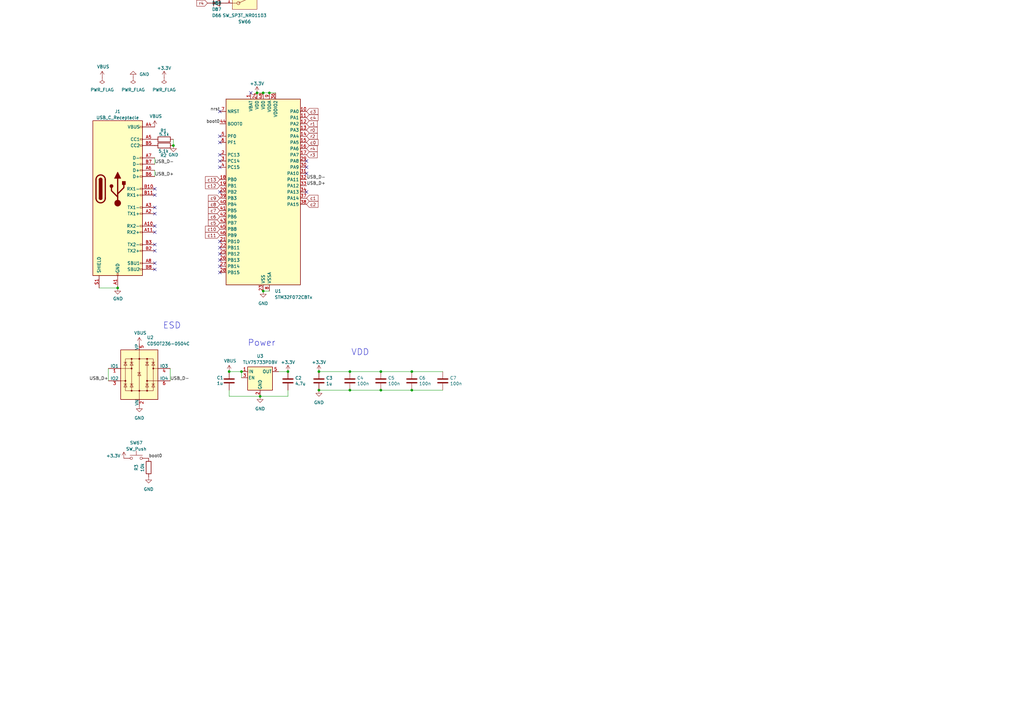
<source format=kicad_sch>
(kicad_sch (version 20250114) (generator "eeschema") (generator_version "9.0")
  (paper "A3")
  (lib_symbols
    (symbol "Connector:USB_C_Receptacle" (pin_names (offset 1.016))
      (property "Reference" "J" (at -10.16 29.21 0))
      (property "Value" "USB_C_Receptacle" (at 10.16 29.21 0))
      (symbol "USB_C_Receptacle_1_1"
        (pin passive line (at -7.62 -40.64 90) (length 5.08) (name "SHIELD") (number "S1"))
        (pin passive line (at 0 -40.64 90) (length 5.08) (name "GND") (number "A1"))
        (pin passive line (at 0 -40.64 90) (length 5.08) (hide yes) (name "GND") (number "A12"))
        (pin passive line (at 0 -40.64 90) (length 5.08) (hide yes) (name "GND") (number "B1"))
        (pin passive line (at 0 -40.64 90) (length 5.08) (hide yes) (name "GND") (number "B12"))
        (pin passive line (at 15.24 25.4 180) (length 5.08) (name "VBUS") (number "A4"))
        (pin passive line (at 15.24 25.4 180) (length 5.08) (hide yes) (name "VBUS") (number "A9"))
        (pin passive line (at 15.24 25.4 180) (length 5.08) (hide yes) (name "VBUS") (number "B4"))
        (pin passive line (at 15.24 25.4 180) (length 5.08) (hide yes) (name "VBUS") (number "B9"))
        (pin bidirectional line (at 15.24 20.32 180) (length 5.08) (name "CC1") (number "A5"))
        (pin bidirectional line (at 15.24 17.78 180) (length 5.08) (name "CC2") (number "B5"))
        (pin bidirectional line (at 15.24 12.7 180) (length 5.08) (name "D-") (number "A7"))
        (pin bidirectional line (at 15.24 10.16 180) (length 5.08) (name "D-") (number "B7"))
        (pin bidirectional line (at 15.24 7.62 180) (length 5.08) (name "D+") (number "A6"))
        (pin bidirectional line (at 15.24 5.08 180) (length 5.08) (name "D+") (number "B6"))
        (pin bidirectional line (at 15.24 0 180) (length 5.08) (name "RX1-") (number "B10"))
        (pin bidirectional line (at 15.24 -2.54 180) (length 5.08) (name "RX1+") (number "B11"))
        (pin bidirectional line (at 15.24 -7.62 180) (length 5.08) (name "TX1-") (number "A3"))
        (pin bidirectional line (at 15.24 -10.16 180) (length 5.08) (name "TX1+") (number "A2"))
        (pin bidirectional line (at 15.24 -15.24 180) (length 5.08) (name "RX2-") (number "A10"))
        (pin bidirectional line (at 15.24 -17.78 180) (length 5.08) (name "RX2+") (number "A11"))
        (pin bidirectional line (at 15.24 -22.86 180) (length 5.08) (name "TX2-") (number "B3"))
        (pin bidirectional line (at 15.24 -25.4 180) (length 5.08) (name "TX2+") (number "B2"))
        (pin bidirectional line (at 15.24 -30.48 180) (length 5.08) (name "SBU1") (number "A8"))
        (pin bidirectional line (at 15.24 -33.02 180) (length 5.08) (name "SBU2") (number "B8"))
      )
    )
    (symbol "Device:C" (pin_numbers (hide yes)) (pin_names (offset 0.254))
      (property "Reference" "C" (at 0.635 2.54 0))
      (property "Value" "C" (at 0.635 -2.54 0))
      (symbol "C_1_1"
        (pin passive line (at 0 3.81 270) (length 2.794) (name "~") (number "1"))
        (pin passive line (at 0 -3.81 90) (length 2.794) (name "~") (number "2"))
      )
    )
    (symbol "Device:D" (pin_numbers (hide yes)) (pin_names (offset 1.016) (hide yes))
      (property "Reference" "D" (at 0 2.54 0))
      (property "Value" "D" (at 0 -2.54 0))
      (symbol "D_1_1"
        (pin passive line (at -3.81 0 0) (length 2.54) (name "K") (number "1"))
        (pin passive line (at 3.81 0 180) (length 2.54) (name "A") (number "2"))
      )
    )
    (symbol "Device:R" (pin_numbers (hide yes)) (pin_names (offset 0))
      (property "Reference" "R" (at 2.032 0 90))
      (property "Value" "R" (at 0 0 90))
      (symbol "R_1_1"
        (pin passive line (at 0 3.81 270) (length 1.27) (name "~") (number "1"))
        (pin passive line (at 0 -3.81 90) (length 1.27) (name "~") (number "2"))
      )
    )
    (symbol "MCU_ST_STM32F0:STM32F072CBTx"
      (property "Reference" "U" (at -15.24 39.37 0))
      (property "Value" "STM32F072CBTx" (at 7.62 39.37 0))
      (symbol "STM32F072CBTx_1_1"
        (pin input line (at -17.78 33.02 0) (length 2.54) (name "NRST") (number "7"))
        (pin input line (at -17.78 27.94 0) (length 2.54) (name "BOOT0") (number "44"))
        (pin bidirectional line (at -17.78 22.86 0) (length 2.54) (name "PF0") (number "5"))
        (pin bidirectional line (at -17.78 20.32 0) (length 2.54) (name "PF1") (number "6"))
        (pin bidirectional line (at -17.78 15.24 0) (length 2.54) (name "PC13") (number "2"))
        (pin bidirectional line (at -17.78 12.7 0) (length 2.54) (name "PC14") (number "3"))
        (pin bidirectional line (at -17.78 10.16 0) (length 2.54) (name "PC15") (number "4"))
        (pin bidirectional line (at -17.78 5.08 0) (length 2.54) (name "PB0") (number "18"))
        (pin bidirectional line (at -17.78 2.54 0) (length 2.54) (name "PB1") (number "19"))
        (pin bidirectional line (at -17.78 0 0) (length 2.54) (name "PB2") (number "20"))
        (pin bidirectional line (at -17.78 -2.54 0) (length 2.54) (name "PB3") (number "39"))
        (pin bidirectional line (at -17.78 -5.08 0) (length 2.54) (name "PB4") (number "40"))
        (pin bidirectional line (at -17.78 -7.62 0) (length 2.54) (name "PB5") (number "41"))
        (pin bidirectional line (at -17.78 -10.16 0) (length 2.54) (name "PB6") (number "42"))
        (pin bidirectional line (at -17.78 -12.7 0) (length 2.54) (name "PB7") (number "43"))
        (pin bidirectional line (at -17.78 -15.24 0) (length 2.54) (name "PB8") (number "45"))
        (pin bidirectional line (at -17.78 -17.78 0) (length 2.54) (name "PB9") (number "46"))
        (pin bidirectional line (at -17.78 -20.32 0) (length 2.54) (name "PB10") (number "21"))
        (pin bidirectional line (at -17.78 -22.86 0) (length 2.54) (name "PB11") (number "22"))
        (pin bidirectional line (at -17.78 -25.4 0) (length 2.54) (name "PB12") (number "25"))
        (pin bidirectional line (at -17.78 -27.94 0) (length 2.54) (name "PB13") (number "26"))
        (pin bidirectional line (at -17.78 -30.48 0) (length 2.54) (name "PB14") (number "27"))
        (pin bidirectional line (at -17.78 -33.02 0) (length 2.54) (name "PB15") (number "28"))
        (pin power_in line (at -5.08 40.64 270) (length 2.54) (name "VBAT") (number "1"))
        (pin power_in line (at -2.54 40.64 270) (length 2.54) (name "VDD") (number "24"))
        (pin power_in line (at 0 40.64 270) (length 2.54) (name "VDD") (number "48"))
        (pin power_in line (at 0 -40.64 90) (length 2.54) (name "VSS") (number "23"))
        (pin passive line (at 0 -40.64 90) (length 2.54) (hide yes) (name "VSS") (number "35"))
        (pin passive line (at 0 -40.64 90) (length 2.54) (hide yes) (name "VSS") (number "47"))
        (pin power_in line (at 2.54 40.64 270) (length 2.54) (name "VDDA") (number "9"))
        (pin power_in line (at 2.54 -40.64 90) (length 2.54) (name "VSSA") (number "8"))
        (pin power_in line (at 5.08 40.64 270) (length 2.54) (name "VDDIO2") (number "36"))
        (pin bidirectional line (at 17.78 33.02 180) (length 2.54) (name "PA0") (number "10"))
        (pin bidirectional line (at 17.78 30.48 180) (length 2.54) (name "PA1") (number "11"))
        (pin bidirectional line (at 17.78 27.94 180) (length 2.54) (name "PA2") (number "12"))
        (pin bidirectional line (at 17.78 25.4 180) (length 2.54) (name "PA3") (number "13"))
        (pin bidirectional line (at 17.78 22.86 180) (length 2.54) (name "PA4") (number "14"))
        (pin bidirectional line (at 17.78 20.32 180) (length 2.54) (name "PA5") (number "15"))
        (pin bidirectional line (at 17.78 17.78 180) (length 2.54) (name "PA6") (number "16"))
        (pin bidirectional line (at 17.78 15.24 180) (length 2.54) (name "PA7") (number "17"))
        (pin bidirectional line (at 17.78 12.7 180) (length 2.54) (name "PA8") (number "29"))
        (pin bidirectional line (at 17.78 10.16 180) (length 2.54) (name "PA9") (number "30"))
        (pin bidirectional line (at 17.78 7.62 180) (length 2.54) (name "PA10") (number "31"))
        (pin bidirectional line (at 17.78 5.08 180) (length 2.54) (name "PA11") (number "32"))
        (pin bidirectional line (at 17.78 2.54 180) (length 2.54) (name "PA12") (number "33"))
        (pin bidirectional line (at 17.78 0 180) (length 2.54) (name "PA13") (number "34"))
        (pin bidirectional line (at 17.78 -2.54 180) (length 2.54) (name "PA14") (number "37"))
        (pin bidirectional line (at 17.78 -5.08 180) (length 2.54) (name "PA15") (number "38"))
      )
    )
    (symbol "Power_Protection:CDSOT236-0504C" (pin_names (offset 0))
      (property "Reference" "U" (at -5.08 11.43 0))
      (property "Value" "CDSOT236-0504C" (at 2.54 11.43 0))
      (symbol "CDSOT236-0504C_1_1"
        (pin passive line (at -12.7 2.54 0) (length 5.08) (name "IO1") (number "1"))
        (pin passive line (at -12.7 -2.54 0) (length 5.08) (name "IO2") (number "3"))
        (pin passive line (at 0 12.7 270) (length 2.54) (name "VP") (number "5"))
        (pin passive line (at 0 -12.7 90) (length 2.54) (name "VN") (number "2"))
        (pin passive line (at 12.7 2.54 180) (length 5.08) (name "IO3") (number "4"))
        (pin passive line (at 12.7 -2.54 180) (length 5.08) (name "IO4") (number "6"))
      )
    )
    (symbol "Regulator_Linear:TLV75733PDBV" (pin_names (offset 0.254))
      (property "Reference" "U" (at -3.81 5.715 0))
      (property "Value" "TLV75733PDBV" (at 0 5.715 0))
      (symbol "TLV75733PDBV_1_1"
        (pin power_in line (at -7.62 2.54 0) (length 2.54) (name "IN") (number "1"))
        (pin input line (at -7.62 0 0) (length 2.54) (name "EN") (number "3"))
        (pin power_in line (at 0 -7.62 90) (length 2.54) (name "GND") (number "2"))
        (pin no_connect line (at 5.08 0 180) (length 2.54) (hide yes) (name "NC") (number "4"))
        (pin power_out line (at 7.62 2.54 180) (length 2.54) (name "OUT") (number "5"))
      )
    )
    (symbol "Switch:SW_Push" (pin_numbers (hide yes)) (pin_names (offset 1.016) (hide yes))
      (property "Reference" "SW" (at 1.27 2.54 0))
      (property "Value" "SW_Push" (at 0 -1.524 0))
      (symbol "SW_Push_0_1"
        (pin passive line (at -5.08 0 0) (length 2.54) (name "1") (number "1"))
        (pin passive line (at 5.08 0 180) (length 2.54) (name "2") (number "2"))
      )
    )
    (symbol "Switch:SW_SP3T_NR01103" (pin_names (hide yes))
      (property "Reference" "SW" (at 0 6.35 0))
      (property "Value" "SW_SP3T_NR01103" (at 0 -6.35 0))
      (symbol "SW_SP3T_NR01103_1_1"
        (pin passive line (at -7.62 0 0) (length 2.54) (name "Common") (number "C"))
        (pin passive line (at -7.62 -2.54 0) (length 2.54) (name "MP") (number "MP"))
        (pin no_connect line (at -2.54 5.08 270) (length 0) (hide yes) (name "") (number "4"))
        (pin no_connect line (at 2.54 5.08 270) (length 0) (hide yes) (name "") (number "5"))
        (pin passive line (at 7.62 2.54 180) (length 2.54) (name "1") (number "1"))
        (pin passive line (at 7.62 0 180) (length 2.54) (name "2") (number "2"))
        (pin passive line (at 7.62 -2.54 180) (length 2.54) (name "3") (number "3"))
      )
    )
    (symbol "foostan:SW_PUSH" (pin_numbers (hide yes)) (pin_names (offset 1.016) (hide yes))
      (property "Reference" "SW" (at 3.81 2.794 0))
      (property "Value" "SW_PUSH" (at 0 -2.032 0))
      (symbol "SW_PUSH_0_1"
        (pin passive inverted (at -7.62 0 0) (length 5.08) (name "1") (number "1"))
        (pin passive inverted (at 7.62 0 180) (length 5.08) (name "2") (number "2"))
      )
    )
    (symbol "power:+3.3V" (power) (pin_names (offset 0))
      (property "Value" "+3.3V" (at 0 3.556 0))
      (symbol "+3.3V_1_1"
        (pin power_in line (at 0 0 90) (length 0) (hide yes) (name "+3.3V") (number "1"))
      )
    )
    (symbol "power:GND" (power) (pin_names (offset 0))
      (property "Value" "GND" (at 0 -3.81 0))
      (symbol "GND_1_1"
        (pin power_in line (at 0 0 270) (length 0) (hide yes) (name "GND") (number "1"))
      )
    )
    (symbol "power:PWR_FLAG" (power) (pin_numbers (hide yes)) (pin_names (offset 0) (hide yes))
      (property "Value" "PWR_FLAG" (at 0 3.81 0))
      (symbol "PWR_FLAG_0_0"
        (pin power_out line (at 0 0 90) (length 0) (name "pwr") (number "1"))
      )
    )
    (symbol "power:VBUS" (power) (pin_names (offset 0))
      (property "Value" "VBUS" (at 0 3.81 0))
      (symbol "VBUS_1_1"
        (pin power_in line (at 0 0 90) (length 0) (hide yes) (name "VBUS") (number "1"))
      )
    )
  )
  (text "Power" (at 101.6 142.24 0) (effects (font (size 2.54 2.54)) (justify left bottom)))
  (text "ESD" (at 66.802 135.128 0) (effects (font (size 2.54 2.54)) (justify left bottom)))
  (text "VDD" (at 144.018 146.05 0) (effects (font (size 2.54 2.54)) (justify left bottom)))
  (junction (at 177.8 -111.76))
  (junction (at 365.76 -39.37))
  (junction (at 312.42 -10.16))
  (junction (at 60.96 -68.58))
  (junction (at 330.2 -86.36))
  (junction (at 340.36 -68.58))
  (junction (at 187.96 -68.58))
  (junction (at 365.76 -68.58))
  (junction (at 210.82 -35.56))
  (junction (at 160.02 -10.16))
  (junction (at 287.02 -35.56))
  (junction (at 118.11 152.4))
  (junction (at 340.36 -93.98))
  (junction (at 177.8 -86.36))
  (junction (at 264.16 -119.38))
  (junction (at 213.36 -39.37))
  (junction (at 238.76 -93.98))
  (junction (at 213.36 -93.98))
  (junction (at 203.2 -111.76))
  (junction (at 264.16 -93.98))
  (junction (at 35.56 -93.98))
  (junction (at 162.56 -39.37))
  (junction (at 83.82 -35.56))
  (junction (at 134.62 -35.56))
  (junction (at 365.76 -119.38))
  (junction (at 101.6 -86.36))
  (junction (at 111.76 -93.98))
  (junction (at 312.42 -35.56))
  (junction (at 50.8 -60.96))
  (junction (at 314.96 -68.58))
  (junction (at 76.2 -60.96))
  (junction (at 185.42 -10.16))
  (junction (at 111.76 -39.37))
  (junction (at 83.82 -10.16))
  (junction (at 261.62 -35.56))
  (junction (at 111.76 -68.58))
  (junction (at 127 -60.96))
  (junction (at 261.62 -10.16))
  (junction (at 185.42 -35.56))
  (junction (at 58.42 -35.56))
  (junction (at 101.6 -111.76))
  (junction (at 130.81 152.4))
  (junction (at 365.76 -93.98))
  (junction (at 330.2 -60.96))
  (junction (at 304.8 -111.76))
  (junction (at 35.56 -119.38))
  (junction (at 105.41 38.1))
  (junction (at 187.96 -93.98))
  (junction (at 304.8 -86.36))
  (junction (at 106.68 162.56))
  (junction (at 107.95 119.38))
  (junction (at 264.16 -68.58))
  (junction (at 355.6 -60.96))
  (junction (at 93.98 152.4))
  (junction (at 130.81 160.02))
  (junction (at 162.56 -68.58))
  (junction (at 289.56 -39.37))
  (junction (at 162.56 -119.38))
  (junction (at 337.82 -10.16))
  (junction (at 137.16 -68.58))
  (junction (at 86.36 -93.98))
  (junction (at 162.56 -93.98))
  (junction (at 238.76 -119.38))
  (junction (at 60.96 -93.98))
  (junction (at 289.56 -93.98))
  (junction (at 107.95 38.1))
  (junction (at 363.22 -35.56))
  (junction (at 355.6 -86.36))
  (junction (at 238.76 -68.58))
  (junction (at 137.16 -39.37))
  (junction (at 254 -60.96))
  (junction (at 137.16 -119.38))
  (junction (at 177.8 -60.96))
  (junction (at 355.6 -111.76))
  (junction (at 86.36 -119.38))
  (junction (at 314.96 -93.98))
  (junction (at 203.2 -60.96))
  (junction (at 187.96 -119.38))
  (junction (at 48.26 118.11))
  (junction (at 111.76 -119.38))
  (junction (at 236.22 -35.56))
  (junction (at 156.21 160.02))
  (junction (at 314.96 -119.38))
  (junction (at 110.49 38.1))
  (junction (at 213.36 -119.38))
  (junction (at 134.62 -10.16))
  (junction (at 60.96 -119.38))
  (junction (at 137.16 -93.98))
  (junction (at 213.36 -68.58))
  (junction (at 238.76 -39.37))
  (junction (at 337.82 -35.56))
  (junction (at 58.42 -10.16))
  (junction (at 236.22 -10.16))
  (junction (at 143.51 152.4))
  (junction (at 160.02 -35.56))
  (junction (at 99.06 152.4))
  (junction (at 228.6 -60.96))
  (junction (at 187.96 -39.37))
  (junction (at 35.56 -68.58))
  (junction (at 152.4 -60.96))
  (junction (at 168.91 152.4))
  (junction (at 168.91 160.02))
  (junction (at 289.56 -68.58))
  (junction (at 304.8 -60.96))
  (junction (at 363.22 -10.16))
  (junction (at 156.21 152.4))
  (junction (at 340.36 -119.38))
  (junction (at 35.56 -39.37))
  (junction (at 71.12 59.69))
  (junction (at 314.96 -39.37))
  (junction (at 289.56 -119.38))
  (junction (at 330.2 -111.76))
  (junction (at 279.4 -60.96))
  (junction (at 60.96 -39.37))
  (junction (at 203.2 -86.36))
  (junction (at 340.36 -39.37))
  (junction (at 143.51 160.02))
  (no_connect (at 63.5 77.47))
  (no_connect (at 90.17 106.68))
  (no_connect (at 90.17 99.06))
  (no_connect (at 107.95 -3.81))
  (no_connect (at 125.73 66.04))
  (no_connect (at 90.17 101.6))
  (no_connect (at 90.17 58.42))
  (no_connect (at 125.73 68.58))
  (no_connect (at 63.5 95.25))
  (no_connect (at 90.17 109.22))
  (no_connect (at 63.5 110.49))
  (no_connect (at 90.17 55.88))
  (no_connect (at 90.17 111.76))
  (no_connect (at 102.87 38.1))
  (no_connect (at 63.5 102.87))
  (no_connect (at 90.17 104.14))
  (no_connect (at 63.5 80.01))
  (no_connect (at 125.73 71.12))
  (no_connect (at 90.17 78.74))
  (no_connect (at 90.17 68.58))
  (no_connect (at 90.17 66.04))
  (no_connect (at 63.5 87.63))
  (no_connect (at 125.73 78.74))
  (no_connect (at 63.5 85.09))
  (no_connect (at 90.17 45.72))
  (no_connect (at 63.5 107.95))
  (no_connect (at 90.17 63.5))
  (no_connect (at 63.5 100.33))
  (no_connect (at 63.5 92.71))
  (wire (pts (xy 355.6 -86.36) (xy 381 -86.36)))
  (wire (pts (xy 114.3 152.4) (xy 118.11 152.4)))
  (wire (pts (xy 373.38 -43.18) (xy 373.38 -39.37)))
  (wire (pts (xy 35.56 -144.78) (xy 35.56 -119.38)))
  (wire (pts (xy 137.16 -144.78) (xy 137.16 -119.38)))
  (wire (pts (xy 312.42 -43.18) (xy 312.42 -35.56)))
  (wire (pts (xy 213.36 -119.38) (xy 213.36 -93.98)))
  (wire (pts (xy 330.2 -111.76) (xy 355.6 -111.76)))
  (wire (pts (xy 340.36 -119.38) (xy 340.36 -93.98)))
  (wire (pts (xy 312.42 -10.16) (xy 337.82 -10.16)))
  (wire (pts (xy 152.4 -86.36) (xy 177.8 -86.36)))
  (wire (pts (xy 109.22 -1.27) (xy 107.95 -1.27)))
  (wire (pts (xy 337.82 -17.78) (xy 337.82 -10.16)))
  (wire (pts (xy 160.02 -43.18) (xy 160.02 -35.56)))
  (wire (pts (xy 185.42 -17.78) (xy 185.42 -10.16)))
  (wire (pts (xy 355.6 -111.76) (xy 381 -111.76)))
  (wire (pts (xy 246.38 -17.78) (xy 246.38 -13.97)))
  (wire (pts (xy 76.2 -86.36) (xy 101.6 -86.36)))
  (wire (pts (xy 185.42 -43.18) (xy 185.42 -35.56)))
  (wire (pts (xy 337.82 -35.56) (xy 363.22 -35.56)))
  (wire (pts (xy 279.4 -111.76) (xy 304.8 -111.76)))
  (wire (pts (xy 304.8 -60.96) (xy 330.2 -60.96)))
  (wire (pts (xy 143.51 160.02) (xy 156.21 160.02)))
  (wire (pts (xy 347.98 -17.78) (xy 347.98 -13.97)))
  (wire (pts (xy 127 -60.96) (xy 152.4 -60.96)))
  (wire (pts (xy 195.58 -43.18) (xy 195.58 -39.37)))
  (wire (pts (xy 101.6 -86.36) (xy 127 -86.36)))
  (wire (pts (xy 156.21 152.4) (xy 168.91 152.4)))
  (wire (pts (xy 340.36 -68.58) (xy 340.36 -39.37)))
  (wire (pts (xy 213.36 -68.58) (xy 213.36 -39.37)))
  (wire (pts (xy 101.6 -111.76) (xy 127 -111.76)))
  (wire (pts (xy 130.81 152.4) (xy 143.51 152.4)))
  (wire (pts (xy 220.98 -43.18) (xy 220.98 -39.37)))
  (wire (pts (xy 264.16 -119.38) (xy 264.16 -93.98)))
  (wire (pts (xy 365.76 -144.78) (xy 365.76 -119.38)))
  (wire (pts (xy 388.62 -43.18) (xy 388.62 -35.56)))
  (wire (pts (xy 279.4 -60.96) (xy 304.8 -60.96)))
  (wire (pts (xy 289.56 -144.78) (xy 289.56 -119.38)))
  (wire (pts (xy 170.18 -43.18) (xy 170.18 -39.37)))
  (wire (pts (xy 304.8 -111.76) (xy 330.2 -111.76)))
  (wire (pts (xy 314.96 -39.37) (xy 314.96 -13.97)))
  (wire (pts (xy 144.78 -17.78) (xy 144.78 -13.97)))
  (wire (pts (xy 63.5 64.77) (xy 63.5 67.31)))
  (wire (pts (xy 177.8 -60.96) (xy 203.2 -60.96)))
  (wire (pts (xy 340.36 -93.98) (xy 340.36 -68.58)))
  (wire (pts (xy 24.13 -86.36) (xy 50.8 -86.36)))
  (wire (pts (xy 110.49 38.1) (xy 113.03 38.1)))
  (wire (pts (xy 160.02 -35.56) (xy 185.42 -35.56)))
  (wire (pts (xy 210.82 -35.56) (xy 236.22 -35.56)))
  (wire (pts (xy 340.36 -39.37) (xy 340.36 -13.97)))
  (wire (pts (xy 162.56 -144.78) (xy 162.56 -119.38)))
  (wire (pts (xy 83.82 -17.78) (xy 83.82 -10.16)))
  (wire (pts (xy 373.38 -17.78) (xy 373.38 -13.97)))
  (wire (pts (xy 58.42 -10.16) (xy 83.82 -10.16)))
  (wire (pts (xy 187.96 -144.78) (xy 187.96 -119.38)))
  (wire (pts (xy 105.41 38.1) (xy 107.95 38.1)))
  (wire (pts (xy 289.56 -39.37) (xy 289.56 -13.97)))
  (wire (pts (xy 264.16 -144.78) (xy 264.16 -119.38)))
  (wire (pts (xy 287.02 -35.56) (xy 312.42 -35.56)))
  (wire (pts (xy 99.06 152.4) (xy 99.06 154.94)))
  (wire (pts (xy 44.45 151.13) (xy 44.45 156.21)))
  (wire (pts (xy 109.22 -17.78) (xy 109.22 -1.27)))
  (wire (pts (xy 261.62 -35.56) (xy 287.02 -35.56)))
  (wire (pts (xy 363.22 -10.16) (xy 388.62 -10.16)))
  (wire (pts (xy 289.56 -93.98) (xy 289.56 -68.58)))
  (wire (pts (xy 76.2 -60.96) (xy 127 -60.96)))
  (wire (pts (xy 69.85 151.13) (xy 69.85 156.21)))
  (wire (pts (xy 60.96 -68.58) (xy 60.96 -39.37)))
  (wire (pts (xy 40.64 118.11) (xy 48.26 118.11)))
  (wire (pts (xy 264.16 -68.58) (xy 264.16 -39.37)))
  (wire (pts (xy 297.18 -17.78) (xy 297.18 -13.97)))
  (wire (pts (xy 63.5 69.85) (xy 63.5 72.39)))
  (wire (pts (xy 170.18 -17.78) (xy 170.18 -13.97)))
  (wire (pts (xy 58.42 -35.56) (xy 83.82 -35.56)))
  (wire (pts (xy 238.76 -68.58) (xy 238.76 -39.37)))
  (wire (pts (xy 337.82 -10.16) (xy 363.22 -10.16)))
  (wire (pts (xy 86.36 -144.78) (xy 86.36 -119.38)))
  (wire (pts (xy 107.95 38.1) (xy 110.49 38.1)))
  (wire (pts (xy 363.22 -35.56) (xy 388.62 -35.56)))
  (wire (pts (xy 24.13 -10.16) (xy 58.42 -10.16)))
  (wire (pts (xy 111.76 -93.98) (xy 111.76 -68.58)))
  (wire (pts (xy 322.58 -43.18) (xy 322.58 -39.37)))
  (wire (pts (xy 137.16 -68.58) (xy 137.16 -39.37)))
  (wire (pts (xy 60.96 -93.98) (xy 60.96 -68.58)))
  (wire (pts (xy 137.16 -119.38) (xy 137.16 -93.98)))
  (wire (pts (xy 312.42 -35.56) (xy 337.82 -35.56)))
  (wire (pts (xy 287.02 -43.18) (xy 287.02 -35.56)))
  (wire (pts (xy 111.76 -144.78) (xy 111.76 -119.38)))
  (wire (pts (xy 236.22 -35.56) (xy 261.62 -35.56)))
  (wire (pts (xy 185.42 -10.16) (xy 236.22 -10.16)))
  (wire (pts (xy 314.96 -68.58) (xy 314.96 -39.37)))
  (wire (pts (xy 60.96 -39.37) (xy 60.96 -13.97)))
  (wire (pts (xy 111.76 -68.58) (xy 111.76 -39.37)))
  (wire (pts (xy 111.76 -39.37) (xy 111.76 -13.97)))
  (wire (pts (xy 58.42 -17.78) (xy 58.42 -10.16)))
  (wire (pts (xy 93.98 160.02) (xy 93.98 162.56)))
  (wire (pts (xy 365.76 -39.37) (xy 365.76 -13.97)))
  (wire (pts (xy 322.58 -17.78) (xy 322.58 -13.97)))
  (wire (pts (xy 83.82 -10.16) (xy 134.62 -10.16)))
  (wire (pts (xy 177.8 -86.36) (xy 203.2 -86.36)))
  (wire (pts (xy 363.22 -17.78) (xy 363.22 -10.16)))
  (wire (pts (xy 177.8 -111.76) (xy 203.2 -111.76)))
  (wire (pts (xy 86.36 -17.78) (xy 109.22 -17.78)))
  (wire (pts (xy 365.76 -68.58) (xy 365.76 -39.37)))
  (wire (pts (xy 60.96 -119.38) (xy 60.96 -93.98)))
  (wire (pts (xy 58.42 -43.18) (xy 58.42 -35.56)))
  (wire (pts (xy 304.8 -86.36) (xy 330.2 -86.36)))
  (wire (pts (xy 365.76 -93.98) (xy 365.76 -68.58)))
  (wire (pts (xy 236.22 -10.16) (xy 261.62 -10.16)))
  (wire (pts (xy 118.11 162.56) (xy 118.11 160.02)))
  (wire (pts (xy 35.56 -39.37) (xy 35.56 -13.97)))
  (wire (pts (xy 83.82 -43.18) (xy 83.82 -35.56)))
  (wire (pts (xy 210.82 -43.18) (xy 210.82 -35.56)))
  (wire (pts (xy 363.22 -43.18) (xy 363.22 -35.56)))
  (wire (pts (xy 271.78 -43.18) (xy 271.78 -39.37)))
  (wire (pts (xy 134.62 -43.18) (xy 134.62 -35.56)))
  (wire (pts (xy 156.21 160.02) (xy 168.91 160.02)))
  (wire (pts (xy 340.36 -144.78) (xy 340.36 -119.38)))
  (wire (pts (xy 134.62 -10.16) (xy 160.02 -10.16)))
  (wire (pts (xy 236.22 -17.78) (xy 236.22 -10.16)))
  (wire (pts (xy 279.4 -86.36) (xy 304.8 -86.36)))
  (wire (pts (xy 134.62 -17.78) (xy 134.62 -10.16)))
  (wire (pts (xy 71.12 57.15) (xy 71.12 59.69)))
  (wire (pts (xy 312.42 -17.78) (xy 312.42 -10.16)))
  (wire (pts (xy 289.56 -68.58) (xy 289.56 -39.37)))
  (wire (pts (xy 187.96 -119.38) (xy 187.96 -93.98)))
  (wire (pts (xy 119.38 -17.78) (xy 119.38 -13.97)))
  (wire (pts (xy 330.2 -60.96) (xy 355.6 -60.96)))
  (wire (pts (xy 365.76 -119.38) (xy 365.76 -93.98)))
  (wire (pts (xy 35.56 -68.58) (xy 35.56 -39.37)))
  (wire (pts (xy 236.22 -43.18) (xy 236.22 -35.56)))
  (wire (pts (xy 203.2 -86.36) (xy 228.6 -86.36)))
  (wire (pts (xy 119.38 -43.18) (xy 119.38 -39.37)))
  (wire (pts (xy 261.62 -17.78) (xy 261.62 -10.16)))
  (wire (pts (xy 50.8 -60.96) (xy 76.2 -60.96)))
  (wire (pts (xy 168.91 160.02) (xy 181.61 160.02)))
  (wire (pts (xy 220.98 -17.78) (xy 220.98 -13.97)))
  (wire (pts (xy 238.76 -119.38) (xy 238.76 -93.98)))
  (wire (pts (xy 152.4 -60.96) (xy 177.8 -60.96)))
  (wire (pts (xy 203.2 -111.76) (xy 228.6 -111.76)))
  (wire (pts (xy 213.36 -93.98) (xy 213.36 -68.58)))
  (wire (pts (xy 143.51 152.4) (xy 156.21 152.4)))
  (wire (pts (xy 43.18 -17.78) (xy 43.18 -13.97)))
  (wire (pts (xy 355.6 -60.96) (xy 381 -60.96)))
  (wire (pts (xy 388.62 -17.78) (xy 388.62 -10.16)))
  (wire (pts (xy 261.62 -43.18) (xy 261.62 -35.56)))
  (wire (pts (xy 168.91 152.4) (xy 181.61 152.4)))
  (wire (pts (xy 238.76 -144.78) (xy 238.76 -119.38)))
  (wire (pts (xy 289.56 -119.38) (xy 289.56 -93.98)))
  (wire (pts (xy 297.18 -43.18) (xy 297.18 -39.37)))
  (wire (pts (xy 187.96 -39.37) (xy 187.96 -17.78)))
  (wire (pts (xy 111.76 -119.38) (xy 111.76 -93.98)))
  (wire (pts (xy 83.82 -35.56) (xy 134.62 -35.56)))
  (wire (pts (xy 187.96 -93.98) (xy 187.96 -68.58)))
  (wire (pts (xy 76.2 -111.76) (xy 101.6 -111.76)))
  (wire (pts (xy 130.81 160.02) (xy 143.51 160.02)))
  (wire (pts (xy 187.96 -68.58) (xy 187.96 -39.37)))
  (wire (pts (xy 314.96 -144.78) (xy 314.96 -119.38)))
  (wire (pts (xy 238.76 -39.37) (xy 238.76 -13.97)))
  (wire (pts (xy 238.76 -93.98) (xy 238.76 -68.58)))
  (wire (pts (xy 160.02 -17.78) (xy 160.02 -10.16)))
  (wire (pts (xy 314.96 -93.98) (xy 314.96 -68.58)))
  (wire (pts (xy 93.98 162.56) (xy 106.68 162.56)))
  (wire (pts (xy 228.6 -60.96) (xy 254 -60.96)))
  (wire (pts (xy 314.96 -119.38) (xy 314.96 -93.98)))
  (wire (pts (xy 162.56 -39.37) (xy 162.56 -13.97)))
  (wire (pts (xy 254 -60.96) (xy 279.4 -60.96)))
  (wire (pts (xy 347.98 -43.18) (xy 347.98 -39.37)))
  (wire (pts (xy 24.13 -35.56) (xy 58.42 -35.56)))
  (wire (pts (xy 60.96 -144.78) (xy 60.96 -119.38)))
  (wire (pts (xy 213.36 -39.37) (xy 213.36 -13.97)))
  (wire (pts (xy 330.2 -86.36) (xy 355.6 -86.36)))
  (wire (pts (xy 185.42 -35.56) (xy 210.82 -35.56)))
  (wire (pts (xy 93.98 152.4) (xy 99.06 152.4)))
  (wire (pts (xy 24.13 -60.96) (xy 50.8 -60.96)))
  (wire (pts (xy 213.36 -144.78) (xy 213.36 -119.38)))
  (wire (pts (xy 144.78 -43.18) (xy 144.78 -39.37)))
  (wire (pts (xy 162.56 -93.98) (xy 162.56 -68.58)))
  (wire (pts (xy 203.2 -60.96) (xy 228.6 -60.96)))
  (wire (pts (xy 134.62 -35.56) (xy 160.02 -35.56)))
  (wire (pts (xy 160.02 -10.16) (xy 185.42 -10.16)))
  (wire (pts (xy 24.13 -111.76) (xy 50.8 -111.76)))
  (wire (pts (xy 261.62 -10.16) (xy 312.42 -10.16)))
  (wire (pts (xy 35.56 -119.38) (xy 35.56 -93.98)))
  (wire (pts (xy 86.36 -119.38) (xy 86.36 -93.98)))
  (wire (pts (xy 162.56 -68.58) (xy 162.56 -39.37)))
  (wire (pts (xy 162.56 -119.38) (xy 162.56 -93.98)))
  (wire (pts (xy 246.38 -43.18) (xy 246.38 -39.37)))
  (wire (pts (xy 106.68 162.56) (xy 118.11 162.56)))
  (wire (pts (xy 337.82 -43.18) (xy 337.82 -35.56)))
  (wire (pts (xy 137.16 -93.98) (xy 137.16 -68.58)))
  (wire (pts (xy 35.56 -93.98) (xy 35.56 -68.58)))
  (wire (pts (xy 68.58 -43.18) (xy 68.58 -39.37)))
  (wire (pts (xy 137.16 -39.37) (xy 137.16 -13.97)))
  (wire (pts (xy 152.4 -111.76) (xy 177.8 -111.76)))
  (wire (pts (xy 68.58 -17.78) (xy 68.58 -13.97)))
  (wire (pts (xy 264.16 -93.98) (xy 264.16 -68.58)))
  (wire (pts (xy 107.95 119.38) (xy 110.49 119.38)))
  (wire (pts (xy 86.36 -93.98) (xy 86.36 -17.78)))
  (wire (pts (xy 43.18 -43.18) (xy 43.18 -39.37)))
  (label "USB_D+" (at 44.45 156.21 180))
  (label "USB_D-" (at 63.5 67.31 0))
  (label "USB_D+" (at 125.73 76.2 0))
  (label "boot0" (at 60.96 187.96 0))
  (label "USB_D-" (at 69.85 156.21 0))
  (label "USB_D+" (at 63.5 72.39 0))
  (label "USB_D-" (at 125.73 73.66 0))
  (label "nrst" (at 90.17 45.72 180))
  (label "boot0" (at 90.17 50.8 180))
  (global_label "c10" (shape input) (at 90.17 93.98 180) (property "Intersheetrefs" "${INTERSHEET_REFS}" (effects (hide yes))))
  (global_label "c5" (shape input) (at 90.17 91.44 180) (property "Intersheetrefs" "${INTERSHEET_REFS}" (effects (hide yes))))
  (global_label "c11" (shape input) (at 314.96 -144.78 90) (property "Intersheetrefs" "${INTERSHEET_REFS}" (effects (hide yes))))
  (global_label "r2" (shape input) (at 125.73 55.88 0) (property "Intersheetrefs" "${INTERSHEET_REFS}" (effects (hide yes))))
  (global_label "c5" (shape input) (at 162.56 -144.78 90) (property "Intersheetrefs" "${INTERSHEET_REFS}" (effects (hide yes))))
  (global_label "c2" (shape input) (at 125.73 83.82 0) (property "Intersheetrefs" "${INTERSHEET_REFS}" (effects (hide yes))))
  (global_label "c4" (shape input) (at 125.73 48.26 0) (property "Intersheetrefs" "${INTERSHEET_REFS}" (effects (hide yes))))
  (global_label "c6" (shape input) (at 187.96 -144.78 90) (property "Intersheetrefs" "${INTERSHEET_REFS}" (effects (hide yes))))
  (global_label "c13" (shape input) (at 90.17 73.66 180) (property "Intersheetrefs" "${INTERSHEET_REFS}" (effects (hide yes))))
  (global_label "c7" (shape input) (at 90.17 86.36 180) (property "Intersheetrefs" "${INTERSHEET_REFS}" (effects (hide yes))))
  (global_label "r0" (shape input) (at 254 -86.36 180) (property "Intersheetrefs" "${INTERSHEET_REFS}" (effects (hide yes))))
  (global_label "c8" (shape input) (at 90.17 83.82 180) (property "Intersheetrefs" "${INTERSHEET_REFS}" (effects (hide yes))))
  (global_label "c13" (shape input) (at 365.76 -144.78 90) (property "Intersheetrefs" "${INTERSHEET_REFS}" (effects (hide yes))))
  (global_label "c7" (shape input) (at 213.36 -144.78 90) (property "Intersheetrefs" "${INTERSHEET_REFS}" (effects (hide yes))))
  (global_label "c0" (shape input) (at 35.56 -144.78 90) (property "Intersheetrefs" "${INTERSHEET_REFS}" (effects (hide yes))))
  (global_label "c2" (shape input) (at 86.36 -144.78 90) (property "Intersheetrefs" "${INTERSHEET_REFS}" (effects (hide yes))))
  (global_label "c0" (shape input) (at 125.73 58.42 0) (property "Intersheetrefs" "${INTERSHEET_REFS}" (effects (hide yes))))
  (global_label "c10" (shape input) (at 289.56 -144.78 90) (property "Intersheetrefs" "${INTERSHEET_REFS}" (effects (hide yes))))
  (global_label "c8" (shape input) (at 238.76 -144.78 90) (property "Intersheetrefs" "${INTERSHEET_REFS}" (effects (hide yes))))
  (global_label "r0" (shape input) (at 24.13 -111.76 180) (property "Intersheetrefs" "${INTERSHEET_REFS}" (effects (hide yes))))
  (global_label "c12" (shape input) (at 340.36 -144.78 90) (property "Intersheetrefs" "${INTERSHEET_REFS}" (effects (hide yes))))
  (global_label "c1" (shape input) (at 125.73 81.28 0) (property "Intersheetrefs" "${INTERSHEET_REFS}" (effects (hide yes))))
  (global_label "c12" (shape input) (at 90.17 76.2 180) (property "Intersheetrefs" "${INTERSHEET_REFS}" (effects (hide yes))))
  (global_label "r4" (shape input) (at 85.09 1.27 180) (property "Intersheetrefs" "${INTERSHEET_REFS}" (effects (hide yes))))
  (global_label "r2" (shape input) (at 24.13 -60.96 180) (property "Intersheetrefs" "${INTERSHEET_REFS}" (effects (hide yes))))
  (global_label "r1" (shape input) (at 24.13 -86.36 180) (property "Intersheetrefs" "${INTERSHEET_REFS}" (effects (hide yes))))
  (global_label "r1" (shape input) (at 152.4 -86.36 180) (property "Intersheetrefs" "${INTERSHEET_REFS}" (effects (hide yes))))
  (global_label "r1" (shape input) (at 76.2 -111.76 180) (property "Intersheetrefs" "${INTERSHEET_REFS}" (effects (hide yes))))
  (global_label "r2" (shape input) (at 85.09 -3.81 180) (property "Intersheetrefs" "${INTERSHEET_REFS}" (effects (hide yes))))
  (global_label "c9" (shape input) (at 264.16 -144.78 90) (property "Intersheetrefs" "${INTERSHEET_REFS}" (effects (hide yes))))
  (global_label "r4" (shape input) (at 125.73 60.96 0) (property "Intersheetrefs" "${INTERSHEET_REFS}" (effects (hide yes))))
  (global_label "r0" (shape input) (at 152.4 -111.76 180) (property "Intersheetrefs" "${INTERSHEET_REFS}" (effects (hide yes))))
  (global_label "r0" (shape input) (at 279.4 -111.76 180) (property "Intersheetrefs" "${INTERSHEET_REFS}" (effects (hide yes))))
  (global_label "r3" (shape input) (at 24.13 -35.56 180) (property "Intersheetrefs" "${INTERSHEET_REFS}" (effects (hide yes))))
  (global_label "c1" (shape input) (at 60.96 -144.78 90) (property "Intersheetrefs" "${INTERSHEET_REFS}" (effects (hide yes))))
  (global_label "r3" (shape input) (at 85.09 -1.27 180) (property "Intersheetrefs" "${INTERSHEET_REFS}" (effects (hide yes))))
  (global_label "c4" (shape input) (at 137.16 -144.78 90) (property "Intersheetrefs" "${INTERSHEET_REFS}" (effects (hide yes))))
  (global_label "r1" (shape input) (at 279.4 -86.36 180) (property "Intersheetrefs" "${INTERSHEET_REFS}" (effects (hide yes))))
  (global_label "c3" (shape input) (at 111.76 -144.78 90) (property "Intersheetrefs" "${INTERSHEET_REFS}" (effects (hide yes))))
  (global_label "c3" (shape input) (at 125.73 45.72 0) (property "Intersheetrefs" "${INTERSHEET_REFS}" (effects (hide yes))))
  (global_label "r1" (shape input) (at 125.73 50.8 0) (property "Intersheetrefs" "${INTERSHEET_REFS}" (effects (hide yes))))
  (global_label "c6" (shape input) (at 90.17 88.9 180) (property "Intersheetrefs" "${INTERSHEET_REFS}" (effects (hide yes))))
  (global_label "r1" (shape input) (at 254 -111.76 180) (property "Intersheetrefs" "${INTERSHEET_REFS}" (effects (hide yes))))
  (global_label "r4" (shape input) (at 24.13 -10.16 180) (property "Intersheetrefs" "${INTERSHEET_REFS}" (effects (hide yes))))
  (global_label "c11" (shape input) (at 90.17 96.52 180) (property "Intersheetrefs" "${INTERSHEET_REFS}" (effects (hide yes))))
  (global_label "r0" (shape input) (at 125.73 53.34 0) (property "Intersheetrefs" "${INTERSHEET_REFS}" (effects (hide yes))))
  (global_label "c9" (shape input) (at 90.17 81.28 180) (property "Intersheetrefs" "${INTERSHEET_REFS}" (effects (hide yes))))
  (global_label "r3" (shape input) (at 125.73 63.5 0) (property "Intersheetrefs" "${INTERSHEET_REFS}" (effects (hide yes))))
  (global_label "r0" (shape input) (at 76.2 -86.36 180) (property "Intersheetrefs" "${INTERSHEET_REFS}" (effects (hide yes))))
  (symbol (lib_id "Device:C") (at 130.81 156.21 0) (unit 1)
    (property "Reference" "C3" (at 133.731 155.0416 0) (effects (justify left)))
    (property "Value" "1u" (at 133.731 157.353 0) (effects (justify left)))
    (property "Footprint" "Capacitor_SMD:C_0603_1608Metric" (effects (hide yes)))
  )
  (symbol (lib_id "Device:D") (at 228.6 -64.77 90) (unit 1)
    (property "Reference" "D35" (at 231.14 -66.0401 90) (effects (justify right)))
    (property "Value" "D" (at 231.14 -63.5001 90) (effects (justify right)))
    (property "Footprint" "MyLibrary:Diode_SMD_noname" (effects (hide yes)))
    (property "Sim.Device" "D" (effects (hide yes)))
    (property "Sim.Pins" "1=K 2=A" (effects (hide yes)))
  )
  (symbol (lib_id "Device:D") (at 279.4 -64.77 90) (unit 1)
    (property "Reference" "D37" (at 283.21 -65.405 90) (effects (justify right)))
    (property "Value" "D" (at 283.21 -62.865 90) (effects (justify right)))
    (property "Footprint" "MyLibrary:Diode_SMD_noname" (effects (hide yes)))
    (property "Sim.Device" "D" (effects (hide yes)))
    (property "Sim.Pins" "1=K 2=A" (effects (hide yes)))
  )
  (symbol (lib_id "foostan:SW_PUSH") (at 271.78 -93.98 0) (unit 1)
    (property "Reference" "SW24" (at 271.78 -90.17 0))
    (property "Value" "SW_PUSH" (at 271.78 -87.63 0))
    (property "Footprint" "MyLibrary:GLPV3_1U" (effects (hide yes)))
  )
  (symbol (lib_id "Device:R") (at 67.31 57.15 270) (unit 1)
    (property "Reference" "R1" (at 67.056 53.594 90))
    (property "Value" "5.1k" (at 67.31 55.118 90))
    (property "Footprint" "Capacitor_SMD:C_0603_1608Metric" (effects (hide yes)))
  )
  (symbol (lib_id "foostan:SW_PUSH") (at 68.58 -93.98 0) (unit 1)
    (property "Reference" "SW16" (at 68.58 -90.17 0))
    (property "Value" "SW_PUSH" (at 68.58 -87.63 0))
    (property "Footprint" "MyLibrary:GLPV3_1U" (effects (hide yes)))
  )
  (symbol (lib_id "Device:D") (at 50.8 -64.77 90) (unit 1)
    (property "Reference" "D29" (at 54.61 -65.405 90) (effects (justify right)))
    (property "Value" "D" (at 54.61 -62.865 90) (effects (justify right)))
    (property "Footprint" "MyLibrary:Diode_SMD_noname" (effects (hide yes)))
    (property "Sim.Device" "D" (effects (hide yes)))
    (property "Sim.Pins" "1=K 2=A" (effects (hide yes)))
  )
  (symbol (lib_id "Device:D") (at 64.77 -13.97 180) (unit 1)
    (property "Reference" "D56" (effects (hide yes)))
    (property "Value" "D" (effects (hide yes)))
    (property "Footprint" "MyLibrary:Diode_SMD_noname" (effects (hide yes)))
    (property "Sim.Device" "D" (effects (hide yes)))
    (property "Sim.Pins" "1=K 2=A" (effects (hide yes)))
  )
  (symbol (lib_id "foostan:SW_PUSH") (at 119.38 -119.38 180) (unit 1)
    (property "Reference" "SW4" (at 119.38 -123.19 0))
    (property "Value" "SW_PUSH" (at 119.38 -125.73 0))
    (property "Footprint" "MyLibrary:GLPV3_1U" (effects (hide yes)))
  )
  (symbol (lib_id "foostan:SW_PUSH") (at 119.38 -68.58 0) (unit 1)
    (property "Reference" "SW31" (at 119.38 -64.77 0))
    (property "Value" "SW_PUSH" (at 119.38 -62.23 0))
    (property "Footprint" "MyLibrary:GLPV3_1U" (effects (hide yes)))
  )
  (symbol (lib_id "foostan:SW_PUSH") (at 43.18 -93.98 180) (unit 1)
    (property "Reference" "SW15" (at 43.18 -97.79 0))
    (property "Value" "SW_PUSH_15" (at 43.18 -100.33 0))
    (property "Footprint" "MyLibrary:GLPV3_1.5U" (effects (hide yes)))
  )
  (symbol (lib_id "Device:C") (at 181.61 156.21 0) (unit 1)
    (property "Reference" "C7" (at 184.531 155.0416 0) (effects (justify left)))
    (property "Value" "100n" (at 184.531 157.353 0) (effects (justify left)))
    (property "Footprint" "Capacitor_SMD:C_0603_1608Metric" (effects (hide yes)))
  )
  (symbol (lib_id "Device:D") (at 152.4 -90.17 90) (unit 1)
    (property "Reference" "D19" (at 156.21 -90.805 90) (effects (justify right)))
    (property "Value" "D" (at 156.21 -88.265 90) (effects (justify right)))
    (property "Footprint" "MyLibrary:Diode_SMD_noname" (effects (hide yes)))
    (property "Sim.Device" "D" (effects (hide yes)))
    (property "Sim.Pins" "1=K 2=A" (effects (hide yes)))
  )
  (symbol (lib_id "power:VBUS") (at 93.98 152.4 0) (unit 1)
    (property "Reference" "#PWR010" (effects (hide yes)))
    (property "Value" "VBUS" (at 94.361 148.0058 0))
  )
  (symbol (lib_id "foostan:SW_PUSH") (at 254 -43.18 0) (unit 1)
    (property "Reference" "SW49" (at 254 -39.37 0))
    (property "Value" "SW_PUSH" (at 254 -36.83 0))
    (property "Footprint" "MyLibrary:GLPV3_1U" (effects (hide yes)))
  )
  (symbol (lib_id "foostan:SW_PUSH") (at 144.78 -68.58 0) (unit 1)
    (property "Reference" "SW32" (at 144.78 -64.77 0))
    (property "Value" "SW_PUSH" (at 144.78 -62.23 0))
    (property "Footprint" "MyLibrary:GLPV3_1U" (effects (hide yes)))
  )
  (symbol (lib_id "foostan:SW_PUSH") (at 373.38 -93.98 180) (unit 1)
    (property "Reference" "SW28" (at 373.38 -97.79 0))
    (property "Value" "SW_PUSH_15" (at 373.38 -100.33 0))
    (property "Footprint" "MyLibrary:GLPV3_1.5U" (effects (hide yes)))
  )
  (symbol (lib_id "Device:R") (at 60.96 191.77 0) (unit 1)
    (property "Reference" "R3" (at 55.88 191.77 90))
    (property "Value" "10k" (at 58.42 191.77 90))
    (property "Footprint" "Capacitor_SMD:C_0603_1608Metric" (effects (hide yes)))
  )
  (symbol (lib_id "Connector:USB_C_Receptacle") (at 48.26 77.47 0) (unit 1)
    (property "Reference" "J1" (at 48.26 45.72 0))
    (property "Value" "USB_C_Receptacle" (at 48.26 48.26 0))
    (property "Footprint" "MyLibrary:USB_C_Receptacle_HRO_TYPE-C-31-M-12_My" (effects (hide yes)))
    (property "Datasheet" "https://www.usb.org/sites/default/files/documents/usb_type-c.zip" (effects (hide yes)))
  )
  (symbol (lib_id "Device:R") (at 67.31 59.69 270) (unit 1)
    (property "Reference" "R2" (at 67.056 63.754 90))
    (property "Value" "5.1k" (at 67.056 61.976 90))
    (property "Footprint" "Capacitor_SMD:C_0603_1608Metric" (effects (hide yes)))
  )
  (symbol (lib_id "Device:D") (at 355.6 -90.17 90) (unit 1)
    (property "Reference" "D27" (at 359.41 -90.805 90) (effects (justify right)))
    (property "Value" "D" (at 359.41 -88.265 90) (effects (justify right)))
    (property "Footprint" "MyLibrary:Diode_SMD_noname" (effects (hide yes)))
    (property "Sim.Device" "D" (effects (hide yes)))
    (property "Sim.Pins" "1=K 2=A" (effects (hide yes)))
  )
  (symbol (lib_id "foostan:SW_PUSH") (at 93.98 -119.38 0) (unit 1)
    (property "Reference" "SW3" (at 93.98 -115.57 0))
    (property "Value" "SW_PUSH" (at 93.98 -113.03 0))
    (property "Footprint" "MyLibrary:GLPV3_1U" (effects (hide yes)))
  )
  (symbol (lib_id "Device:D") (at 152.4 -64.77 90) (unit 1)
    (property "Reference" "D32" (at 156.21 -65.405 90) (effects (justify right)))
    (property "Value" "D" (at 156.21 -62.865 90) (effects (justify right)))
    (property "Footprint" "MyLibrary:Diode_SMD_noname" (effects (hide yes)))
    (property "Sim.Device" "D" (effects (hide yes)))
    (property "Sim.Pins" "1=K 2=A" (effects (hide yes)))
  )
  (symbol (lib_id "foostan:SW_PUSH") (at 297.18 -119.38 0) (unit 1)
    (property "Reference" "SW11" (at 297.18 -115.57 0))
    (property "Value" "SW_PUSH" (at 297.18 -113.03 0))
    (property "Footprint" "MyLibrary:GLPV3_1U" (effects (hide yes)))
  )
  (symbol (lib_id "Device:C") (at 93.98 156.21 0) (unit 1)
    (property "Reference" "C1" (at 88.9 154.94 0) (effects (justify left)))
    (property "Value" "1u" (at 88.9 157.2514 0) (effects (justify left)))
    (property "Footprint" "Capacitor_SMD:C_0603_1608Metric" (effects (hide yes)))
  )
  (symbol (lib_id "Switch:SW_Push") (at 55.88 187.96 0) (unit 1)
    (property "Reference" "SW67" (at 55.88 181.61 0))
    (property "Value" "SW_Push" (at 55.88 184.15 0))
    (property "Footprint" "Button_Switch_SMD:SW_SPST_SKQG_WithStem" (effects (hide yes)))
  )
  (symbol (lib_id "foostan:SW_PUSH") (at 304.8 -17.78 0) (unit 1)
    (property "Reference" "SW62" (at 304.8 -13.97 0))
    (property "Value" "SW_PUSH_125" (at 304.8 -11.43 0))
    (property "Footprint" "MyLibrary:GLPV3_1.25U" (effects (hide yes)))
  )
  (symbol (lib_id "Device:D") (at 381 -64.77 90) (unit 1)
    (property "Reference" "D41" (at 384.81 -65.405 90) (effects (justify right)))
    (property "Value" "D" (at 384.81 -62.865 90) (effects (justify right)))
    (property "Footprint" "MyLibrary:Diode_SMD_noname" (effects (hide yes)))
    (property "Sim.Device" "D" (effects (hide yes)))
    (property "Sim.Pins" "1=K 2=A" (effects (hide yes)))
  )
  (symbol (lib_id "MCU_ST_STM32F0:STM32F072CBTx") (at 107.95 78.74 0) (unit 1)
    (property "Reference" "U1" (at 112.6333 119.38 0) (effects (justify left)))
    (property "Value" "STM32F072CBTx" (at 112.6333 121.92 0) (effects (justify left)))
    (property "Footprint" "Package_QFP:LQFP-48_7x7mm_P0.5mm" (effects (hide yes)))
    (property "Datasheet" "https://www.st.com/resource/en/datasheet/stm32f072cb.pdf" (effects (hide yes)))
    (property "Description" "STMicroelectronics Arm Cortex-M0 MCU, 128KB flash, 16KB RAM, 48 MHz, 2.0-3.6V, 37 GPIO, LQFP48" (effects (hide yes)))
  )
  (symbol (lib_id "Device:D") (at 228.6 -90.17 90) (unit 1)
    (property "Reference" "D22" (at 231.14 -91.4401 90) (effects (justify right)))
    (property "Value" "D" (at 231.14 -88.9001 90) (effects (justify right)))
    (property "Footprint" "MyLibrary:Diode_SMD_noname" (effects (hide yes)))
    (property "Sim.Device" "D" (effects (hide yes)))
    (property "Sim.Pins" "1=K 2=A" (effects (hide yes)))
  )
  (symbol (lib_id "foostan:SW_PUSH") (at 373.38 -68.58 0) (unit 1)
    (property "Reference" "SW41" (at 373.38 -64.77 0))
    (property "Value" "SW_PUSH_225" (at 373.38 -62.23 0))
    (property "Footprint" "MyLibrary:GLPV3_2.25u" (effects (hide yes)))
  )
  (symbol (lib_id "foostan:SW_PUSH") (at 304.8 -43.18 0) (unit 1)
    (property "Reference" "SW51" (at 304.8 -39.37 0))
    (property "Value" "SW_PUSH" (at 304.8 -36.83 0))
    (property "Footprint" "MyLibrary:GLPV3_1U" (effects (hide yes)))
  )
  (symbol (lib_id "foostan:SW_PUSH") (at 195.58 -119.38 0) (unit 1)
    (property "Reference" "SW7" (at 195.58 -115.57 0))
    (property "Value" "SW_PUSH" (at 195.58 -113.03 0))
    (property "Footprint" "MyLibrary:GLPV3_1U" (effects (hide yes)))
  )
  (symbol (lib_id "Device:D") (at 115.57 -13.97 180) (unit 1)
    (property "Reference" "D57" (at 115.57 -19.05 0))
    (property "Value" "D" (at 115.57 -16.51 0))
    (property "Footprint" "MyLibrary:Diode_SMD_noname" (effects (hide yes)))
    (property "Sim.Device" "D" (effects (hide yes)))
    (property "Sim.Pins" "1=K 2=A" (effects (hide yes)))
  )
  (symbol (lib_id "foostan:SW_PUSH") (at 50.8 -43.18 0) (unit 1)
    (property "Reference" "SW42" (at 50.8 -39.37 0))
    (property "Value" "SW_PUSH_225" (at 50.8 -36.83 0))
    (property "Footprint" "MyLibrary:GLPV3_2.25u_r" (effects (hide yes)))
  )
  (symbol (lib_id "foostan:SW_PUSH") (at 297.18 -93.98 180) (unit 1)
    (property "Reference" "SW25" (at 297.18 -97.79 0))
    (property "Value" "SW_PUSH" (at 297.18 -100.33 0))
    (property "Footprint" "MyLibrary:GLPV3_1U" (effects (hide yes)))
  )
  (symbol (lib_id "foostan:SW_PUSH") (at 177.8 -43.18 0) (unit 1)
    (property "Reference" "SW46" (at 177.8 -39.37 0))
    (property "Value" "SW_PUSH" (at 177.8 -36.83 0))
    (property "Footprint" "MyLibrary:GLPV3_1U" (effects (hide yes)))
  )
  (symbol (lib_id "Device:D") (at 191.77 -39.37 180) (unit 1)
    (property "Reference" "D47" (at 191.77 -44.45 0))
    (property "Value" "D" (at 191.77 -41.91 0))
    (property "Footprint" "MyLibrary:Diode_SMD_noname" (effects (hide yes)))
    (property "Sim.Device" "D" (effects (hide yes)))
    (property "Sim.Pins" "1=K 2=A" (effects (hide yes)))
  )
  (symbol (lib_id "foostan:SW_PUSH") (at 177.8 -17.78 0) (unit 1)
    (property "Reference" "SW59" (at 177.8 -13.97 0))
    (property "Value" "SW_PUSH_2" (at 177.8 -11.43 0))
    (property "Footprint" "MyLibrary:GLPV3_2u_r" (effects (hide yes)))
  )
  (symbol (lib_id "foostan:SW_PUSH") (at 220.98 -119.38 180) (unit 1)
    (property "Reference" "SW8" (at 220.98 -123.19 0))
    (property "Value" "SW_PUSH" (at 220.98 -125.73 0))
    (property "Footprint" "MyLibrary:GLPV3_1U" (effects (hide yes)))
  )
  (symbol (lib_id "foostan:SW_PUSH") (at 297.18 -68.58 0) (unit 1)
    (property "Reference" "SW38" (at 297.18 -64.77 0))
    (property "Value" "SW_PUSH" (at 297.18 -62.23 0))
    (property "Footprint" "MyLibrary:GLPV3_1U" (effects (hide yes)))
  )
  (symbol (lib_id "Device:D") (at 381 -90.17 90) (unit 1)
    (property "Reference" "D28" (at 384.81 -90.805 90) (effects (justify right)))
    (property "Value" "D" (at 384.81 -88.265 90) (effects (justify right)))
    (property "Footprint" "MyLibrary:Diode_SMD_noname" (effects (hide yes)))
    (property "Sim.Device" "D" (effects (hide yes)))
    (property "Sim.Pins" "1=K 2=A" (effects (hide yes)))
  )
  (symbol (lib_id "foostan:SW_PUSH") (at 271.78 -68.58 0) (unit 1)
    (property "Reference" "SW37" (at 271.78 -64.77 0))
    (property "Value" "SW_PUSH" (at 271.78 -62.23 0))
    (property "Footprint" "MyLibrary:GLPV3_1U" (effects (hide yes)))
  )
  (symbol (lib_id "Device:D") (at 318.77 -13.97 180) (unit 1)
    (property "Reference" "D63" (at 318.77 -19.05 0))
    (property "Value" "D" (at 318.77 -16.51 0))
    (property "Footprint" "MyLibrary:Diode_SMD_noname" (effects (hide yes)))
    (property "Sim.Device" "D" (effects (hide yes)))
    (property "Sim.Pins" "1=K 2=A" (effects (hide yes)))
  )
  (symbol (lib_id "Device:D") (at 242.57 -13.97 180) (unit 1)
    (property "Reference" "D61" (at 242.57 -19.05 0))
    (property "Value" "D" (at 242.57 -16.51 0))
    (property "Footprint" "MyLibrary:Diode_SMD_noname" (effects (hide yes)))
    (property "Sim.Device" "D" (effects (hide yes)))
    (property "Sim.Pins" "1=K 2=A" (effects (hide yes)))
  )
  (symbol (lib_id "foostan:SW_PUSH") (at 254 -17.78 0) (unit 1)
    (property "Reference" "SW61" (at 254 -13.97 0))
    (property "Value" "SW_PUSH_125" (at 254 -11.43 0))
    (property "Footprint" "MyLibrary:GLPV3_1U" (effects (hide yes)))
  )
  (symbol (lib_id "Device:D") (at 293.37 -13.97 180) (unit 1)
    (property "Reference" "D62" (at 293.37 -19.05 0))
    (property "Value" "D" (at 293.37 -16.51 0))
    (property "Footprint" "MyLibrary:Diode_SMD_noname" (effects (hide yes)))
    (property "Sim.Device" "D" (effects (hide yes)))
    (property "Sim.Pins" "1=K 2=A" (effects (hide yes)))
  )
  (symbol (lib_id "foostan:SW_PUSH") (at 381 -17.78 0) (unit 1)
    (property "Reference" "SW65" (at 381 -13.97 0))
    (property "Value" "SW_PUSH" (at 381 -11.43 0))
    (property "Footprint" "MyLibrary:GLPV3_1U" (effects (hide yes)))
  )
  (symbol (lib_id "foostan:SW_PUSH") (at 322.58 -119.38 180) (unit 1)
    (property "Reference" "SW12" (at 322.58 -123.19 0))
    (property "Value" "SW_PUSH" (at 322.58 -125.73 0))
    (property "Footprint" "MyLibrary:GLPV3_1U" (effects (hide yes)))
  )
  (symbol (lib_id "power:GND") (at 130.81 160.02 0) (unit 1)
    (property "Reference" "#PWR013" (effects (hide yes)))
    (property "Value" "GND" (at 130.81 165.1 0))
  )
  (symbol (lib_id "foostan:SW_PUSH") (at 246.38 -68.58 0) (unit 1)
    (property "Reference" "SW36" (at 246.38 -64.77 0))
    (property "Value" "SW_PUSH" (at 246.38 -62.23 0))
    (property "Footprint" "MyLibrary:GLPV3_1U" (effects (hide yes)))
  )
  (symbol (lib_id "Device:D") (at 355.6 -115.57 90) (unit 1)
    (property "Reference" "D13" (at 359.41 -116.205 90) (effects (justify right)))
    (property "Value" "D" (at 359.41 -113.665 90) (effects (justify right)))
    (property "Footprint" "MyLibrary:Diode_SMD_noname" (effects (hide yes)))
    (property "Sim.Device" "D" (effects (hide yes)))
    (property "Sim.Pins" "1=K 2=A" (effects (hide yes)))
  )
  (symbol (lib_id "foostan:SW_PUSH") (at 68.58 -119.38 180) (unit 1)
    (property "Reference" "SW2" (at 68.58 -123.19 0))
    (property "Value" "SW_PUSH" (at 68.58 -125.73 0))
    (property "Footprint" "MyLibrary:GLPV3_1U" (effects (hide yes)))
  )
  (symbol (lib_id "Device:D") (at 127 -90.17 90) (unit 1)
    (property "Reference" "D18" (at 130.81 -90.805 90) (effects (justify right)))
    (property "Value" "D" (at 130.81 -88.265 90) (effects (justify right)))
    (property "Footprint" "MyLibrary:Diode_SMD_noname" (effects (hide yes)))
    (property "Sim.Device" "D" (effects (hide yes)))
    (property "Sim.Pins" "1=K 2=A" (effects (hide yes)))
  )
  (symbol (lib_id "power:+3.3V") (at 105.41 38.1 0) (unit 1)
    (property "Reference" "#PWR04" (effects (hide yes)))
    (property "Value" "+3.3V" (at 105.41 34.29 0))
  )
  (symbol (lib_id "power:PWR_FLAG") (at 54.61 31.75 180) (unit 1)
    (property "Reference" "#FLG02" (effects (hide yes)))
    (property "Value" "PWR_FLAG" (at 54.61 36.83 0))
  )
  (symbol (lib_id "foostan:SW_PUSH") (at 76.2 -43.18 0) (unit 1)
    (property "Reference" "SW43" (at 76.2 -39.37 0))
    (property "Value" "SW_PUSH" (at 76.2 -36.83 0))
    (property "Footprint" "MyLibrary:GLPV3_1U" (effects (hide yes)))
  )
  (symbol (lib_id "foostan:SW_PUSH") (at 220.98 -68.58 0) (unit 1)
    (property "Reference" "SW35" (at 220.98 -64.77 0))
    (property "Value" "SW_PUSH" (at 220.98 -62.23 0))
    (property "Footprint" "MyLibrary:GLPV3_1U" (effects (hide yes)))
  )
  (symbol (lib_id "Device:D") (at 39.37 -39.37 180) (unit 1)
    (property "Reference" "D42" (at 39.37 -44.45 0))
    (property "Value" "D" (at 39.37 -41.91 0))
    (property "Footprint" "MyLibrary:Diode_SMD_noname" (effects (hide yes)))
    (property "Sim.Device" "D" (effects (hide yes)))
    (property "Sim.Pins" "1=K 2=A" (effects (hide yes)))
  )
  (symbol (lib_id "foostan:SW_PUSH") (at 203.2 -43.18 0) (unit 1)
    (property "Reference" "SW47" (at 203.2 -39.37 0))
    (property "Value" "SW_PUSH" (at 203.2 -36.83 0))
    (property "Footprint" "MyLibrary:GLPV3_1U" (effects (hide yes)))
  )
  (symbol (lib_id "foostan:SW_PUSH") (at 381 -43.18 0) (unit 1)
    (property "Reference" "SW54" (at 381 -39.37 0))
    (property "Value" "SW_PUSH_175" (at 381 -36.83 0))
    (property "Footprint" "MyLibrary:MX_GLPV3_1.75U" (effects (hide yes)))
  )
  (symbol (lib_id "foostan:SW_PUSH") (at 347.98 -68.58 0) (unit 1)
    (property "Reference" "SW40" (at 347.98 -64.77 0))
    (property "Value" "SW_PUSH" (at 347.98 -62.23 0))
    (property "Footprint" "MyLibrary:GLPV3_1U" (effects (hide yes)))
  )
  (symbol (lib_id "Device:D") (at 369.57 -39.37 180) (unit 1)
    (property "Reference" "D54" (at 369.57 -44.45 0))
    (property "Value" "D" (at 369.57 -41.91 0))
    (property "Footprint" "MyLibrary:Diode_SMD_noname" (effects (hide yes)))
    (property "Sim.Device" "D" (effects (hide yes)))
    (property "Sim.Pins" "1=K 2=A" (effects (hide yes)))
  )
  (symbol (lib_id "Device:D") (at 88.9 1.27 0) (unit 1)
    (property "Reference" "D66" (at 88.9 6.35 0))
    (property "Value" "D" (at 88.9 3.81 0))
    (property "Footprint" "MyLibrary:Diode_SMD_noname" (effects (hide yes)))
    (property "Sim.Device" "D" (effects (hide yes)))
    (property "Sim.Pins" "1=K 2=A" (effects (hide yes)))
  )
  (symbol (lib_id "Device:D") (at 254 -115.57 90) (unit 1)
    (property "Reference" "D9" (at 257.81 -116.205 90) (effects (justify right)))
    (property "Value" "D" (at 257.81 -113.665 90) (effects (justify right)))
    (property "Footprint" "MyLibrary:Diode_SMD_noname" (effects (hide yes)))
    (property "Sim.Device" "D" (effects (hide yes)))
    (property "Sim.Pins" "1=K 2=A" (effects (hide yes)))
  )
  (symbol (lib_id "Device:D") (at 177.8 -64.77 90) (unit 1)
    (property "Reference" "D33" (at 181.61 -65.405 90) (effects (justify right)))
    (property "Value" "D" (at 181.61 -62.865 90) (effects (justify right)))
    (property "Footprint" "MyLibrary:Diode_SMD_noname" (effects (hide yes)))
    (property "Sim.Device" "D" (effects (hide yes)))
    (property "Sim.Pins" "1=K 2=A" (effects (hide yes)))
  )
  (symbol (lib_id "foostan:SW_PUSH") (at 50.8 -17.78 0) (unit 1)
    (property "Reference" "SW55" (at 50.8 -13.97 0))
    (property "Value" "SW_PUSH_125" (at 50.8 -11.43 0))
    (property "Footprint" "MyLibrary:GLPV3_1.25U" (effects (hide yes)))
  )
  (symbol (lib_id "Device:D") (at 88.9 -1.27 0) (unit 1)
    (property "Reference" "D67" (at 88.9 3.81 0))
    (property "Value" "D" (at 88.9 1.27 0))
    (property "Footprint" "MyLibrary:Diode_SMD_noname" (effects (hide yes)))
    (property "Sim.Device" "D" (effects (hide yes)))
    (property "Sim.Pins" "1=K 2=A" (effects (hide yes)))
  )
  (symbol (lib_id "foostan:SW_PUSH") (at 119.38 -93.98 0) (unit 1)
    (property "Reference" "SW18" (at 119.38 -90.17 0))
    (property "Value" "SW_PUSH" (at 119.38 -87.63 0))
    (property "Footprint" "MyLibrary:GLPV3_1U" (effects (hide yes)))
  )
  (symbol (lib_id "Device:D") (at 39.37 -13.97 180) (unit 1)
    (property "Reference" "D55" (at 39.37 -19.05 0))
    (property "Value" "D" (at 39.37 -16.51 0))
    (property "Footprint" "MyLibrary:Diode_SMD_noname" (effects (hide yes)))
    (property "Sim.Device" "D" (effects (hide yes)))
    (property "Sim.Pins" "1=K 2=A" (effects (hide yes)))
  )
  (symbol (lib_id "Device:D") (at 166.37 -39.37 180) (unit 1)
    (property "Reference" "D46" (at 166.37 -44.45 0))
    (property "Value" "D" (at 166.37 -41.91 0))
    (property "Footprint" "MyLibrary:Diode_SMD_noname" (effects (hide yes)))
    (property "Sim.Device" "D" (effects (hide yes)))
    (property "Sim.Pins" "1=K 2=A" (effects (hide yes)))
  )
  (symbol (lib_id "Device:D") (at 254 -90.17 90) (unit 1)
    (property "Reference" "D23" (at 257.81 -90.805 90) (effects (justify right)))
    (property "Value" "D" (at 257.81 -88.265 90) (effects (justify right)))
    (property "Footprint" "MyLibrary:Diode_SMD_noname" (effects (hide yes)))
    (property "Sim.Device" "D" (effects (hide yes)))
    (property "Sim.Pins" "1=K 2=A" (effects (hide yes)))
  )
  (symbol (lib_id "foostan:SW_PUSH") (at 330.2 -17.78 0) (unit 1)
    (property "Reference" "SW63" (at 330.2 -13.97 0))
    (property "Value" "SW_PUSH" (at 330.2 -11.43 0))
    (property "Footprint" "MyLibrary:GLPV3_1U" (effects (hide yes)))
  )
  (symbol (lib_id "foostan:SW_PUSH") (at 195.58 -68.58 0) (unit 1)
    (property "Reference" "SW34" (at 195.58 -64.77 0))
    (property "Value" "SW_PUSH" (at 195.58 -62.23 0))
    (property "Footprint" "MyLibrary:GLPV3_1U" (effects (hide yes)))
  )
  (symbol (lib_id "Device:D") (at 177.8 -90.17 90) (unit 1)
    (property "Reference" "D20" (at 181.61 -90.805 90) (effects (justify right)))
    (property "Value" "D" (at 181.61 -88.265 90) (effects (justify right)))
    (property "Footprint" "MyLibrary:Diode_SMD_noname" (effects (hide yes)))
    (property "Sim.Device" "D" (effects (hide yes)))
    (property "Sim.Pins" "1=K 2=A" (effects (hide yes)))
  )
  (symbol (lib_id "Device:D") (at 344.17 -13.97 180) (unit 1)
    (property "Reference" "D64" (at 344.17 -19.05 0))
    (property "Value" "D" (at 344.17 -16.51 0))
    (property "Footprint" "MyLibrary:Diode_SMD_noname" (effects (hide yes)))
    (property "Sim.Device" "D" (effects (hide yes)))
    (property "Sim.Pins" "1=K 2=A" (effects (hide yes)))
  )
  (symbol (lib_id "foostan:SW_PUSH") (at 228.6 -43.18 0) (unit 1)
    (property "Reference" "SW48" (at 228.6 -39.37 0))
    (property "Value" "SW_PUSH" (at 228.6 -36.83 0))
    (property "Footprint" "MyLibrary:GLPV3_1U" (effects (hide yes)))
  )
  (symbol (lib_id "foostan:SW_PUSH") (at 322.58 -68.58 0) (unit 1)
    (property "Reference" "SW39" (at 322.58 -64.77 0))
    (property "Value" "SW_PUSH" (at 322.58 -62.23 0))
    (property "Footprint" "MyLibrary:GLPV3_1U" (effects (hide yes)))
  )
  (symbol (lib_id "Device:D") (at 217.17 -13.97 180) (unit 1)
    (property "Reference" "D60" (at 217.17 -19.05 0))
    (property "Value" "D" (at 217.17 -16.51 0))
    (property "Footprint" "MyLibrary:Diode_SMD_noname" (effects (hide yes)))
    (property "Sim.Device" "D" (effects (hide yes)))
    (property "Sim.Pins" "1=K 2=A" (effects (hide yes)))
  )
  (symbol (lib_id "Device:D") (at 293.37 -39.37 180) (unit 1)
    (property "Reference" "D51" (at 293.37 -44.45 0))
    (property "Value" "D" (at 293.37 -41.91 0))
    (property "Footprint" "MyLibrary:Diode_SMD_noname" (effects (hide yes)))
    (property "Sim.Device" "D" (effects (hide yes)))
    (property "Sim.Pins" "1=K 2=A" (effects (hide yes)))
  )
  (symbol (lib_id "Device:D") (at 88.9 -3.81 0) (unit 1)
    (property "Reference" "D68" (at 88.9 1.27 0))
    (property "Value" "D" (at 88.9 -1.27 0))
    (property "Footprint" "MyLibrary:Diode_SMD_noname" (effects (hide yes)))
    (property "Sim.Device" "D" (effects (hide yes)))
    (property "Sim.Pins" "1=K 2=A" (effects (hide yes)))
  )
  (symbol (lib_id "foostan:SW_PUSH") (at 170.18 -119.38 180) (unit 1)
    (property "Reference" "SW6" (at 170.18 -123.19 0))
    (property "Value" "SW_PUSH" (at 170.18 -125.73 0))
    (property "Footprint" "MyLibrary:GLPV3_1U" (effects (hide yes)))
  )
  (symbol (lib_id "foostan:SW_PUSH") (at 170.18 -68.58 0) (unit 1)
    (property "Reference" "SW33" (at 170.18 -64.77 0))
    (property "Value" "SW_PUSH" (at 170.18 -62.23 0))
    (property "Footprint" "MyLibrary:GLPV3_1U" (effects (hide yes)))
  )
  (symbol (lib_id "Device:D") (at 344.17 -39.37 180) (unit 1)
    (property "Reference" "D53" (at 344.17 -44.45 0))
    (property "Value" "D" (at 344.17 -41.91 0))
    (property "Footprint" "MyLibrary:Diode_SMD_noname" (effects (hide yes)))
    (property "Sim.Device" "D" (effects (hide yes)))
    (property "Sim.Pins" "1=K 2=A" (effects (hide yes)))
  )
  (symbol (lib_id "Device:D") (at 242.57 -39.37 180) (unit 1)
    (property "Reference" "D49" (at 242.57 -44.45 0))
    (property "Value" "D" (at 242.57 -41.91 0))
    (property "Footprint" "MyLibrary:Diode_SMD_noname" (effects (hide yes)))
    (property "Sim.Device" "D" (effects (hide yes)))
    (property "Sim.Pins" "1=K 2=A" (effects (hide yes)))
  )
  (symbol (lib_id "Device:D") (at 177.8 -115.57 90) (unit 1)
    (property "Reference" "D6" (at 181.61 -116.205 90) (effects (justify right)))
    (property "Value" "D" (at 181.61 -113.665 90) (effects (justify right)))
    (property "Footprint" "MyLibrary:Diode_SMD_noname" (effects (hide yes)))
    (property "Sim.Device" "D" (effects (hide yes)))
    (property "Sim.Pins" "1=K 2=A" (effects (hide yes)))
  )
  (symbol (lib_id "foostan:SW_PUSH") (at 195.58 -93.98 180) (unit 1)
    (property "Reference" "SW21" (at 195.58 -97.79 0))
    (property "Value" "SW_PUSH" (at 195.58 -100.33 0))
    (property "Footprint" "MyLibrary:GLPV3_1U" (effects (hide yes)))
  )
  (symbol (lib_id "Device:D") (at 127 -115.57 90) (unit 1)
    (property "Reference" "D4" (at 130.81 -116.205 90) (effects (justify right)))
    (property "Value" "D" (at 130.81 -113.665 90) (effects (justify right)))
    (property "Footprint" "MyLibrary:Diode_SMD_noname" (effects (hide yes)))
    (property "Sim.Device" "D" (effects (hide yes)))
    (property "Sim.Pins" "1=K 2=A" (effects (hide yes)))
  )
  (symbol (lib_id "Device:D") (at 330.2 -64.77 90) (unit 1)
    (property "Reference" "D39" (at 334.01 -65.405 90) (effects (justify right)))
    (property "Value" "D" (at 334.01 -62.865 90) (effects (justify right)))
    (property "Footprint" "MyLibrary:Diode_SMD_noname" (effects (hide yes)))
    (property "Sim.Device" "D" (effects (hide yes)))
    (property "Sim.Pins" "1=K 2=A" (effects (hide yes)))
  )
  (symbol (lib_id "Device:D") (at 203.2 -90.17 90) (unit 1)
    (property "Reference" "D21" (at 205.74 -91.4401 90) (effects (justify right)))
    (property "Value" "D" (at 205.74 -88.9001 90) (effects (justify right)))
    (property "Footprint" "MyLibrary:Diode_SMD_noname" (effects (hide yes)))
    (property "Sim.Device" "D" (effects (hide yes)))
    (property "Sim.Pins" "1=K 2=A" (effects (hide yes)))
  )
  (symbol (lib_id "power:+3.3V") (at 67.31 31.75 0) (unit 1)
    (property "Reference" "#PWR03" (effects (hide yes)))
    (property "Value" "+3.3V" (at 67.31 27.94 0))
  )
  (symbol (lib_id "power:GND") (at 48.26 118.11 0) (unit 1)
    (property "Reference" "#PWR07" (effects (hide yes)))
    (property "Value" "GND" (at 48.387 122.5042 0))
  )
  (symbol (lib_id "power:+3.3V") (at 130.81 152.4 0) (unit 1)
    (property "Reference" "#PWR012" (effects (hide yes)))
    (property "Value" "+3.3V" (at 130.81 148.59 0))
  )
  (symbol (lib_id "Device:D") (at 304.8 -115.57 90) (unit 1)
    (property "Reference" "D11" (at 308.61 -116.205 90) (effects (justify right)))
    (property "Value" "D" (at 308.61 -113.665 90) (effects (justify right)))
    (property "Footprint" "MyLibrary:Diode_SMD_noname" (effects (hide yes)))
    (property "Sim.Device" "D" (effects (hide yes)))
    (property "Sim.Pins" "1=K 2=A" (effects (hide yes)))
  )
  (symbol (lib_id "Device:C") (at 156.21 156.21 0) (unit 1)
    (property "Reference" "C5" (at 159.131 155.0416 0) (effects (justify left)))
    (property "Value" "100n" (at 159.131 157.353 0) (effects (justify left)))
    (property "Footprint" "Capacitor_SMD:C_0603_1608Metric" (effects (hide yes)))
  )
  (symbol (lib_id "foostan:SW_PUSH") (at 152.4 -43.18 0) (unit 1)
    (property "Reference" "SW45" (at 152.4 -39.37 0))
    (property "Value" "SW_PUSH" (at 152.4 -36.83 0))
    (property "Footprint" "MyLibrary:GLPV3_1U" (effects (hide yes)))
  )
  (symbol (lib_id "Device:D") (at 76.2 -90.17 90) (unit 1)
    (property "Reference" "D16" (at 80.01 -90.805 90) (effects (justify right)))
    (property "Value" "D" (at 80.01 -88.265 90) (effects (justify right)))
    (property "Footprint" "MyLibrary:Diode_SMD_noname" (effects (hide yes)))
    (property "Sim.Device" "D" (effects (hide yes)))
    (property "Sim.Pins" "1=K 2=A" (effects (hide yes)))
  )
  (symbol (lib_id "Device:D") (at 330.2 -90.17 90) (unit 1)
    (property "Reference" "D26" (at 334.01 -90.805 90) (effects (justify right)))
    (property "Value" "D" (at 334.01 -88.265 90) (effects (justify right)))
    (property "Footprint" "MyLibrary:Diode_SMD_noname" (effects (hide yes)))
    (property "Sim.Device" "D" (effects (hide yes)))
    (property "Sim.Pins" "1=K 2=A" (effects (hide yes)))
  )
  (symbol (lib_id "foostan:SW_PUSH") (at 322.58 -93.98 0) (unit 1)
    (property "Reference" "SW26" (at 322.58 -90.17 0))
    (property "Value" "SW_PUSH" (at 322.58 -87.63 0))
    (property "Footprint" "MyLibrary:GLPV3_1U" (effects (hide yes)))
  )
  (symbol (lib_id "Device:D") (at 203.2 -115.57 90) (unit 1)
    (property "Reference" "D7" (at 207.01 -116.205 90) (effects (justify right)))
    (property "Value" "D" (at 207.01 -113.665 90) (effects (justify right)))
    (property "Footprint" "MyLibrary:Diode_SMD_noname" (effects (hide yes)))
    (property "Sim.Device" "D" (effects (hide yes)))
    (property "Sim.Pins" "1=K 2=A" (effects (hide yes)))
  )
  (symbol (lib_id "Device:D") (at 115.57 -39.37 180) (unit 1)
    (property "Reference" "D44" (at 115.57 -44.45 0))
    (property "Value" "D" (at 115.57 -41.91 0))
    (property "Footprint" "MyLibrary:Diode_SMD_noname" (effects (hide yes)))
    (property "Sim.Device" "D" (effects (hide yes)))
    (property "Sim.Pins" "1=K 2=A" (effects (hide yes)))
  )
  (symbol (lib_id "Device:D") (at 217.17 -39.37 180) (unit 1)
    (property "Reference" "D48" (at 217.17 -44.45 0))
    (property "Value" "D" (at 217.17 -41.91 0))
    (property "Footprint" "MyLibrary:Diode_SMD_noname" (effects (hide yes)))
    (property "Sim.Device" "D" (effects (hide yes)))
    (property "Sim.Pins" "1=K 2=A" (effects (hide yes)))
  )
  (symbol (lib_id "foostan:SW_PUSH") (at 127 -17.78 0) (unit 1)
    (property "Reference" "SW57" (at 127 -13.97 0))
    (property "Value" "SW_PUSH_125" (at 127 -11.43 0))
    (property "Footprint" "MyLibrary:GLPV3_1.25U" (effects (hide yes)))
  )
  (symbol (lib_id "Device:D") (at 203.2 -64.77 90) (unit 1)
    (property "Reference" "D34" (at 207.01 -65.405 90) (effects (justify right)))
    (property "Value" "D" (at 207.01 -62.865 90) (effects (justify right)))
    (property "Footprint" "MyLibrary:Diode_SMD_noname" (effects (hide yes)))
    (property "Sim.Device" "D" (effects (hide yes)))
    (property "Sim.Pins" "1=K 2=A" (effects (hide yes)))
  )
  (symbol (lib_id "foostan:SW_PUSH") (at 347.98 -93.98 180) (unit 1)
    (property "Reference" "SW27" (at 347.98 -97.79 0))
    (property "Value" "SW_PUSH" (at 347.98 -100.33 0))
    (property "Footprint" "MyLibrary:GLPV3_1U" (effects (hide yes)))
  )
  (symbol (lib_id "foostan:SW_PUSH") (at 246.38 -93.98 180) (unit 1)
    (property "Reference" "SW23" (at 246.38 -97.79 0))
    (property "Value" "SW_PUSH" (at 246.38 -100.33 0))
    (property "Footprint" "MyLibrary:GLPV3_1U" (effects (hide yes)))
  )
  (symbol (lib_id "foostan:SW_PUSH") (at 43.18 -119.38 0) (unit 1)
    (property "Reference" "SW1" (at 43.18 -115.57 0))
    (property "Value" "SW_PUSH" (at 43.18 -113.03 0))
    (property "Footprint" "MyLibrary:GLPV3_1U" (effects (hide yes)))
  )
  (symbol (lib_id "Device:D") (at 152.4 -115.57 90) (unit 1)
    (property "Reference" "D5" (at 156.21 -116.205 90) (effects (justify right)))
    (property "Value" "D" (at 156.21 -113.665 90) (effects (justify right)))
    (property "Footprint" "MyLibrary:Diode_SMD_noname" (effects (hide yes)))
    (property "Sim.Device" "D" (effects (hide yes)))
    (property "Sim.Pins" "1=K 2=A" (effects (hide yes)))
  )
  (symbol (lib_id "Device:D") (at 50.8 -115.57 90) (unit 1)
    (property "Reference" "D1" (at 53.34 -116.8401 90) (effects (justify right)))
    (property "Value" "D" (at 53.34 -114.3001 90) (effects (justify right)))
    (property "Footprint" "MyLibrary:Diode_SMD_noname" (effects (hide yes)))
    (property "Sim.Device" "D" (effects (hide yes)))
    (property "Sim.Pins" "1=K 2=A" (effects (hide yes)))
  )
  (symbol (lib_id "power:VBUS") (at 57.15 140.97 0) (unit 1)
    (property "Reference" "#PWR09" (effects (hide yes)))
    (property "Value" "VBUS" (at 57.531 136.5758 0))
  )
  (symbol (lib_id "Device:D") (at 267.97 -39.37 180) (unit 1)
    (property "Reference" "D50" (at 267.97 -44.45 0))
    (property "Value" "D" (at 267.97 -41.91 0))
    (property "Footprint" "MyLibrary:Diode_SMD_noname" (effects (hide yes)))
    (property "Sim.Device" "D" (effects (hide yes)))
    (property "Sim.Pins" "1=K 2=A" (effects (hide yes)))
  )
  (symbol (lib_id "power:GND") (at 106.68 162.56 0) (unit 1)
    (property "Reference" "#PWR014" (effects (hide yes)))
    (property "Value" "GND" (at 106.68 167.64 0))
  )
  (symbol (lib_id "Device:D") (at 76.2 -64.77 90) (unit 1)
    (property "Reference" "D30" (at 80.01 -65.405 90) (effects (justify right)))
    (property "Value" "D" (at 80.01 -62.865 90) (effects (justify right)))
    (property "Footprint" "MyLibrary:Diode_SMD_noname" (effects (hide yes)))
    (property "Sim.Device" "D" (effects (hide yes)))
    (property "Sim.Pins" "1=K 2=A" (effects (hide yes)))
  )
  (symbol (lib_id "Device:D") (at 140.97 -39.37 180) (unit 1)
    (property "Reference" "D45" (at 140.97 -44.45 0))
    (property "Value" "D" (at 140.97 -41.91 0))
    (property "Footprint" "MyLibrary:Diode_SMD_noname" (effects (hide yes)))
    (property "Sim.Device" "D" (effects (hide yes)))
    (property "Sim.Pins" "1=K 2=A" (effects (hide yes)))
  )
  (symbol (lib_id "Device:D") (at 318.77 -39.37 180) (unit 1)
    (property "Reference" "D52" (at 318.77 -44.45 0))
    (property "Value" "D" (at 318.77 -41.91 0))
    (property "Footprint" "MyLibrary:Diode_SMD_noname" (effects (hide yes)))
    (property "Sim.Device" "D" (effects (hide yes)))
    (property "Sim.Pins" "1=K 2=A" (effects (hide yes)))
  )
  (symbol (lib_id "Device:C") (at 143.51 156.21 0) (unit 1)
    (property "Reference" "C4" (at 146.431 155.0416 0) (effects (justify left)))
    (property "Value" "100n" (at 146.431 157.353 0) (effects (justify left)))
    (property "Footprint" "Capacitor_SMD:C_0603_1608Metric" (effects (hide yes)))
  )
  (symbol (lib_id "Device:D") (at 64.77 -39.37 180) (unit 1)
    (property "Reference" "D43" (at 64.77 -44.45 0))
    (property "Value" "D" (at 64.77 -41.91 0))
    (property "Footprint" "MyLibrary:Diode_SMD_noname" (effects (hide yes)))
    (property "Sim.Device" "D" (effects (hide yes)))
    (property "Sim.Pins" "1=K 2=A" (effects (hide yes)))
  )
  (symbol (lib_id "Device:C") (at 118.11 156.21 0) (unit 1)
    (property "Reference" "C2" (at 121.031 155.0416 0) (effects (justify left)))
    (property "Value" "4.7u" (at 121.031 157.353 0) (effects (justify left)))
    (property "Footprint" "Capacitor_SMD:C_0603_1608Metric" (effects (hide yes)))
  )
  (symbol (lib_id "Device:D") (at 279.4 -90.17 90) (unit 1)
    (property "Reference" "D24" (at 283.21 -90.805 90) (effects (justify right)))
    (property "Value" "D" (at 283.21 -88.265 90) (effects (justify right)))
    (property "Footprint" "MyLibrary:Diode_SMD_noname" (effects (hide yes)))
    (property "Sim.Device" "D" (effects (hide yes)))
    (property "Sim.Pins" "1=K 2=A" (effects (hide yes)))
  )
  (symbol (lib_id "power:VBUS") (at 41.91 31.75 0) (unit 1)
    (property "Reference" "#PWR01" (effects (hide yes)))
    (property "Value" "VBUS" (at 42.291 27.3558 0))
  )
  (symbol (lib_id "Device:D") (at 50.8 -90.17 90) (unit 1)
    (property "Reference" "D15" (at 54.61 -90.805 90) (effects (justify right)))
    (property "Value" "D" (at 54.61 -88.265 90) (effects (justify right)))
    (property "Footprint" "MyLibrary:Diode_SMD_noname" (effects (hide yes)))
    (property "Sim.Device" "D" (effects (hide yes)))
    (property "Sim.Pins" "1=K 2=A" (effects (hide yes)))
  )
  (symbol (lib_id "Device:D") (at 166.37 -13.97 180) (unit 1)
    (property "Reference" "D59" (at 166.37 -19.05 0))
    (property "Value" "D" (at 166.37 -16.51 0))
    (property "Footprint" "MyLibrary:Diode_SMD_noname" (effects (hide yes)))
    (property "Sim.Device" "D" (effects (hide yes)))
    (property "Sim.Pins" "1=K 2=A" (effects (hide yes)))
  )
  (symbol (lib_id "Device:D") (at 101.6 -90.17 90) (unit 1)
    (property "Reference" "D17" (at 105.41 -90.805 90) (effects (justify right)))
    (property "Value" "D" (at 105.41 -88.265 90) (effects (justify right)))
    (property "Footprint" "MyLibrary:Diode_SMD_noname" (effects (hide yes)))
    (property "Sim.Device" "D" (effects (hide yes)))
    (property "Sim.Pins" "1=K 2=A" (effects (hide yes)))
  )
  (symbol (lib_id "Device:D") (at 140.97 -13.97 180) (unit 1)
    (property "Reference" "D58" (at 140.97 -19.05 0))
    (property "Value" "D" (at 140.97 -16.51 0))
    (property "Footprint" "MyLibrary:Diode_SMD_noname" (effects (hide yes)))
    (property "Sim.Device" "D" (effects (hide yes)))
    (property "Sim.Pins" "1=K 2=A" (effects (hide yes)))
  )
  (symbol (lib_id "power:GND") (at 60.96 195.58 0) (unit 1)
    (property "Reference" "#PWR017" (effects (hide yes)))
    (property "Value" "GND" (at 60.96 200.66 0))
  )
  (symbol (lib_id "foostan:SW_PUSH") (at 144.78 -119.38 0) (unit 1)
    (property "Reference" "SW5" (at 144.78 -115.57 0))
    (property "Value" "SW_PUSH" (at 144.78 -113.03 0))
    (property "Footprint" "MyLibrary:GLPV3_1U" (effects (hide yes)))
  )
  (symbol (lib_id "foostan:SW_PUSH") (at 246.38 -119.38 0) (unit 1)
    (property "Reference" "SW9" (at 246.38 -115.57 0))
    (property "Value" "SW_PUSH" (at 246.38 -113.03 0))
    (property "Footprint" "MyLibrary:GLPV3_1U" (effects (hide yes)))
  )
  (symbol (lib_id "foostan:SW_PUSH") (at 347.98 -119.38 0) (unit 1)
    (property "Reference" "SW13" (at 347.98 -115.57 0))
    (property "Value" "SW_PUSH" (at 347.98 -113.03 0))
    (property "Footprint" "MyLibrary:GLPV3_1U" (effects (hide yes)))
  )
  (symbol (lib_id "Device:D") (at 228.6 -115.57 90) (unit 1)
    (property "Reference" "D8" (at 232.41 -116.205 90) (effects (justify right)))
    (property "Value" "D" (at 232.41 -113.665 90) (effects (justify right)))
    (property "Footprint" "MyLibrary:Diode_SMD_noname" (effects (hide yes)))
    (property "Sim.Device" "D" (effects (hide yes)))
    (property "Sim.Pins" "1=K 2=A" (effects (hide yes)))
  )
  (symbol (lib_id "foostan:SW_PUSH") (at 170.18 -93.98 0) (unit 1)
    (property "Reference" "SW20" (at 170.18 -90.17 0))
    (property "Value" "SW_PUSH" (at 170.18 -87.63 0))
    (property "Footprint" "MyLibrary:GLPV3_1U" (effects (hide yes)))
  )
  (symbol (lib_id "power:GND") (at 54.61 31.75 180) (unit 1)
    (property "Reference" "#PWR02" (effects (hide yes)))
    (property "Value" "GND" (at 57.15 30.4799 0) (effects (justify right)))
  )
  (symbol (lib_id "foostan:SW_PUSH") (at 373.38 -119.38 0) (unit 1)
    (property "Reference" "SW14" (at 373.38 -115.57 0))
    (property "Value" "SW_PUSH_2" (at 373.38 -113.03 0))
    (property "Footprint" "MyLibrary:GLPV3_2u_r" (effects (hide yes)))
  )
  (symbol (lib_id "power:VBUS") (at 63.5 52.07 0) (unit 1)
    (property "Reference" "#PWR05" (effects (hide yes)))
    (property "Value" "VBUS" (at 63.881 47.6758 0))
  )
  (symbol (lib_id "foostan:SW_PUSH") (at 76.2 -17.78 0) (unit 1)
    (property "Reference" "SW56" (at 76.2 -13.97 0))
    (property "Value" "SW_PUSH_125" (at 76.2 -11.43 0))
    (property "Footprint" "MyLibrary:GLPV3_1.25U" (effects (hide yes)))
  )
  (symbol (lib_id "foostan:SW_PUSH") (at 127 -43.18 0) (unit 1)
    (property "Reference" "SW44" (at 127 -39.37 0))
    (property "Value" "SW_PUSH" (at 127 -36.83 0))
    (property "Footprint" "MyLibrary:GLPV3_1U" (effects (hide yes)))
  )
  (symbol (lib_id "foostan:SW_PUSH") (at 43.18 -68.58 0) (unit 1)
    (property "Reference" "SW29" (at 43.18 -64.77 0))
    (property "Value" "SW_PUSH_175" (at 43.18 -62.23 0))
    (property "Footprint" "MyLibrary:GLPV3_1.75U" (effects (hide yes)))
  )
  (symbol (lib_id "foostan:SW_PUSH") (at 355.6 -17.78 0) (unit 1)
    (property "Reference" "SW64" (at 355.6 -13.97 0))
    (property "Value" "SW_PUSH" (at 355.6 -11.43 0))
    (property "Footprint" "MyLibrary:GLPV3_1U" (effects (hide yes)))
  )
  (symbol (lib_id "power:GND") (at 57.15 166.37 0) (unit 1)
    (property "Reference" "#PWR015" (effects (hide yes)))
    (property "Value" "GND" (at 57.15 171.45 0))
  )
  (symbol (lib_id "power:PWR_FLAG") (at 41.91 31.75 180) (unit 1)
    (property "Reference" "#FLG01" (effects (hide yes)))
    (property "Value" "PWR_FLAG" (at 41.91 36.83 0))
  )
  (symbol (lib_id "Device:D") (at 254 -64.77 90) (unit 1)
    (property "Reference" "D36" (at 257.81 -65.405 90) (effects (justify right)))
    (property "Value" "D" (at 257.81 -62.865 90) (effects (justify right)))
    (property "Footprint" "MyLibrary:Diode_SMD_noname" (effects (hide yes)))
    (property "Sim.Device" "D" (effects (hide yes)))
    (property "Sim.Pins" "1=K 2=A" (effects (hide yes)))
  )
  (symbol (lib_id "foostan:SW_PUSH") (at 68.58 -68.58 0) (unit 1)
    (property "Reference" "SW30" (at 68.58 -64.77 0))
    (property "Value" "SW_PUSH" (at 68.58 -62.23 0))
    (property "Footprint" "MyLibrary:GLPV3_1U" (effects (hide yes)))
  )
  (symbol (lib_id "Power_Protection:CDSOT236-0504C") (at 57.15 153.67 0) (unit 1)
    (property "Reference" "U2" (at 60.2681 138.43 0) (effects (justify left)))
    (property "Value" "CDSOT236-0504C" (at 60.2681 140.97 0) (effects (justify left)))
    (property "Footprint" "MyLibrary:sot-23-6-USBESD" (effects (hide yes)))
    (property "Datasheet" "https://www.bourns.com/docs/product-datasheets/cdsot236-0504c.pdf" (effects (hide yes)))
    (property "Description" "Low capacitance ESD diode / steering Diode Array, SOT23-6" (effects (hide yes)))
  )
  (symbol (lib_id "Switch:SW_SP3T_NR01103") (at 100.33 -1.27 180) (unit 1)
    (property "Reference" "SW66" (at 100.33 8.89 0))
    (property "Value" "SW_SP3T_NR01103" (at 100.33 6.35 0))
    (property "Footprint" "MyLibrary:TMHU27" (effects (hide yes)))
    (property "Datasheet" "https://www.nkkswitches.com/pdf/NR01%20Rotaries.pdf" (effects (hide yes)))
    (property "Description" "NKK Switches NR01 Series rotary SP3T switch" (effects (hide yes)))
  )
  (symbol (lib_id "foostan:SW_PUSH") (at 220.98 -93.98 0) (unit 1)
    (property "Reference" "SW22" (at 220.98 -90.17 0))
    (property "Value" "SW_PUSH" (at 220.98 -87.63 0))
    (property "Footprint" "MyLibrary:GLPV3_1U" (effects (hide yes)))
  )
  (symbol (lib_id "Device:D") (at 279.4 -115.57 90) (unit 1)
    (property "Reference" "D10" (at 283.21 -116.205 90) (effects (justify right)))
    (property "Value" "D" (at 283.21 -113.665 90) (effects (justify right)))
    (property "Footprint" "MyLibrary:Diode_SMD_noname" (effects (hide yes)))
    (property "Sim.Device" "D" (effects (hide yes)))
    (property "Sim.Pins" "1=K 2=A" (effects (hide yes)))
  )
  (symbol (lib_id "Device:D") (at 127 -64.77 90) (unit 1)
    (property "Reference" "D31" (at 130.81 -65.405 90) (effects (justify right)))
    (property "Value" "D" (at 130.81 -62.865 90) (effects (justify right)))
    (property "Footprint" "MyLibrary:Diode_SMD_noname" (effects (hide yes)))
    (property "Sim.Device" "D" (effects (hide yes)))
    (property "Sim.Pins" "1=K 2=A" (effects (hide yes)))
  )
  (symbol (lib_id "Device:D") (at 304.8 -90.17 90) (unit 1)
    (property "Reference" "D25" (at 308.61 -90.805 90) (effects (justify right)))
    (property "Value" "D" (at 308.61 -88.265 90) (effects (justify right)))
    (property "Footprint" "MyLibrary:Diode_SMD_noname" (effects (hide yes)))
    (property "Sim.Device" "D" (effects (hide yes)))
    (property "Sim.Pins" "1=K 2=A" (effects (hide yes)))
  )
  (symbol (lib_id "Regulator_Linear:TLV75733PDBV") (at 106.68 154.94 0) (unit 1)
    (property "Reference" "U3" (at 106.68 146.05 0))
    (property "Value" "TLV75733PDBV" (at 106.68 148.59 0))
    (property "Footprint" "Package_TO_SOT_SMD:SOT-23-5" (effects (hide yes)))
    (property "Datasheet" "https://www.ti.com/lit/ds/symlink/tlv757p.pdf" (effects (hide yes)))
  )
  (symbol (lib_id "power:+3.3V") (at 50.8 187.96 0) (unit 1)
    (property "Reference" "#PWR016" (effects (hide yes)))
    (property "Value" "+3.3V" (at 46.482 186.944 0))
  )
  (symbol (lib_id "Device:C") (at 168.91 156.21 0) (unit 1)
    (property "Reference" "C6" (at 171.831 155.0416 0) (effects (justify left)))
    (property "Value" "100n" (at 171.831 157.353 0) (effects (justify left)))
    (property "Footprint" "Capacitor_SMD:C_0603_1608Metric" (effects (hide yes)))
  )
  (symbol (lib_id "foostan:SW_PUSH") (at 355.6 -43.18 0) (unit 1)
    (property "Reference" "SW53" (at 355.6 -39.37 0))
    (property "Value" "SW_PUSH" (at 355.6 -36.83 0))
    (property "Footprint" "MyLibrary:GLPV3_1U" (effects (hide yes)))
  )
  (symbol (lib_id "power:PWR_FLAG") (at 67.31 31.75 180) (unit 1)
    (property "Reference" "#FLG03" (effects (hide yes)))
    (property "Value" "PWR_FLAG" (at 67.31 36.83 0))
  )
  (symbol (lib_id "Device:D") (at 101.6 -115.57 90) (unit 1)
    (property "Reference" "D3" (at 105.41 -116.205 90) (effects (justify right)))
    (property "Value" "D" (at 105.41 -113.665 90) (effects (justify right)))
    (property "Footprint" "MyLibrary:Diode_SMD_noname" (effects (hide yes)))
    (property "Sim.Device" "D" (effects (hide yes)))
    (property "Sim.Pins" "1=K 2=A" (effects (hide yes)))
  )
  (symbol (lib_id "Device:D") (at 76.2 -115.57 90) (unit 1)
    (property "Reference" "D2" (at 78.74 -116.8401 90) (effects (justify right)))
    (property "Value" "D" (at 78.74 -114.3001 90) (effects (justify right)))
    (property "Footprint" "MyLibrary:Diode_SMD_noname" (effects (hide yes)))
    (property "Sim.Device" "D" (effects (hide yes)))
    (property "Sim.Pins" "1=K 2=A" (effects (hide yes)))
  )
  (symbol (lib_id "Device:D") (at 381 -115.57 90) (unit 1)
    (property "Reference" "D14" (at 384.81 -116.205 90) (effects (justify right)))
    (property "Value" "D" (at 384.81 -113.665 90) (effects (justify right)))
    (property "Footprint" "MyLibrary:Diode_SMD_noname" (effects (hide yes)))
    (property "Sim.Device" "D" (effects (hide yes)))
    (property "Sim.Pins" "1=K 2=A" (effects (hide yes)))
  )
  (symbol (lib_id "power:GND") (at 107.95 119.38 0) (unit 1)
    (property "Reference" "#PWR08" (effects (hide yes)))
    (property "Value" "GND" (at 107.95 124.46 0))
  )
  (symbol (lib_id "foostan:SW_PUSH") (at 330.2 -43.18 0) (unit 1)
    (property "Reference" "SW52" (at 330.2 -39.37 0))
    (property "Value" "SW_PUSH" (at 330.2 -36.83 0))
    (property "Footprint" "MyLibrary:GLPV3_1U" (effects (hide yes)))
  )
  (symbol (lib_id "foostan:SW_PUSH") (at 152.4 -17.78 0) (unit 1)
    (property "Reference" "SW58" (at 152.4 -13.97 0))
    (property "Value" "SW_PUSH_15" (at 152.4 -11.43 0))
    (property "Footprint" "MyLibrary:GLPV3_1U" (effects (hide yes)))
  )
  (symbol (lib_id "foostan:SW_PUSH") (at 93.98 -93.98 180) (unit 1)
    (property "Reference" "SW17" (at 93.98 -97.79 0))
    (property "Value" "SW_PUSH" (at 93.98 -100.33 0))
    (property "Footprint" "MyLibrary:GLPV3_1U" (effects (hide yes)))
  )
  (symbol (lib_id "Device:D") (at 304.8 -64.77 90) (unit 1)
    (property "Reference" "D38" (at 308.61 -65.405 90) (effects (justify right)))
    (property "Value" "D" (at 308.61 -62.865 90) (effects (justify right)))
    (property "Footprint" "MyLibrary:Diode_SMD_noname" (effects (hide yes)))
    (property "Sim.Device" "D" (effects (hide yes)))
    (property "Sim.Pins" "1=K 2=A" (effects (hide yes)))
  )
  (symbol (lib_id "power:+3.3V") (at 118.11 152.4 0) (unit 1)
    (property "Reference" "#PWR011" (effects (hide yes)))
    (property "Value" "+3.3V" (at 118.11 148.59 0))
  )
  (symbol (lib_id "Device:D") (at 369.57 -13.97 180) (unit 1)
    (property "Reference" "D65" (at 369.57 -19.05 0))
    (property "Value" "D" (at 369.57 -16.51 0))
    (property "Footprint" "MyLibrary:Diode_SMD_noname" (effects (hide yes)))
    (property "Sim.Device" "D" (effects (hide yes)))
    (property "Sim.Pins" "1=K 2=A" (effects (hide yes)))
  )
  (symbol (lib_id "foostan:SW_PUSH") (at 271.78 -119.38 180) (unit 1)
    (property "Reference" "SW10" (at 271.78 -123.19 0))
    (property "Value" "SW_PUSH" (at 271.78 -125.73 0))
    (property "Footprint" "MyLibrary:GLPV3_1U" (effects (hide yes)))
  )
  (symbol (lib_id "Device:D") (at 355.6 -64.77 90) (unit 1)
    (property "Reference" "D40" (at 359.41 -65.405 90) (effects (justify right)))
    (property "Value" "D" (at 359.41 -62.865 90) (effects (justify right)))
    (property "Footprint" "MyLibrary:Diode_SMD_noname" (effects (hide yes)))
    (property "Sim.Device" "D" (effects (hide yes)))
    (property "Sim.Pins" "1=K 2=A" (effects (hide yes)))
  )
  (symbol (lib_id "foostan:SW_PUSH") (at 228.6 -17.78 0) (unit 1)
    (property "Reference" "SW60" (at 228.6 -13.97 0))
    (property "Value" "SW_PUSH_15" (at 228.6 -11.43 0))
    (property "Footprint" "MyLibrary:GLPV3_2u_r" (effects (hide yes)))
  )
  (symbol (lib_id "foostan:SW_PUSH") (at 279.4 -43.18 0) (unit 1)
    (property "Reference" "SW50" (at 279.4 -39.37 0))
    (property "Value" "SW_PUSH" (at 279.4 -36.83 0))
    (property "Footprint" "MyLibrary:GLPV3_1U" (effects (hide yes)))
  )
  (symbol (lib_id "power:GND") (at 71.12 59.69 0) (unit 1)
    (property "Reference" "#PWR06" (effects (hide yes)))
    (property "Value" "GND" (at 71.12 63.5 0))
  )
  (symbol (lib_id "Device:D") (at 330.2 -115.57 90) (unit 1)
    (property "Reference" "D12" (at 334.01 -116.205 90) (effects (justify right)))
    (property "Value" "D" (at 334.01 -113.665 90) (effects (justify right)))
    (property "Footprint" "MyLibrary:Diode_SMD_noname" (effects (hide yes)))
    (property "Sim.Device" "D" (effects (hide yes)))
    (property "Sim.Pins" "1=K 2=A" (effects (hide yes)))
  )
  (symbol (lib_id "foostan:SW_PUSH") (at 144.78 -93.98 180) (unit 1)
    (property "Reference" "SW19" (at 144.78 -97.79 0))
    (property "Value" "SW_PUSH" (at 144.78 -100.33 0))
    (property "Footprint" "MyLibrary:GLPV3_1U" (effects (hide yes)))
  )
)
</source>
